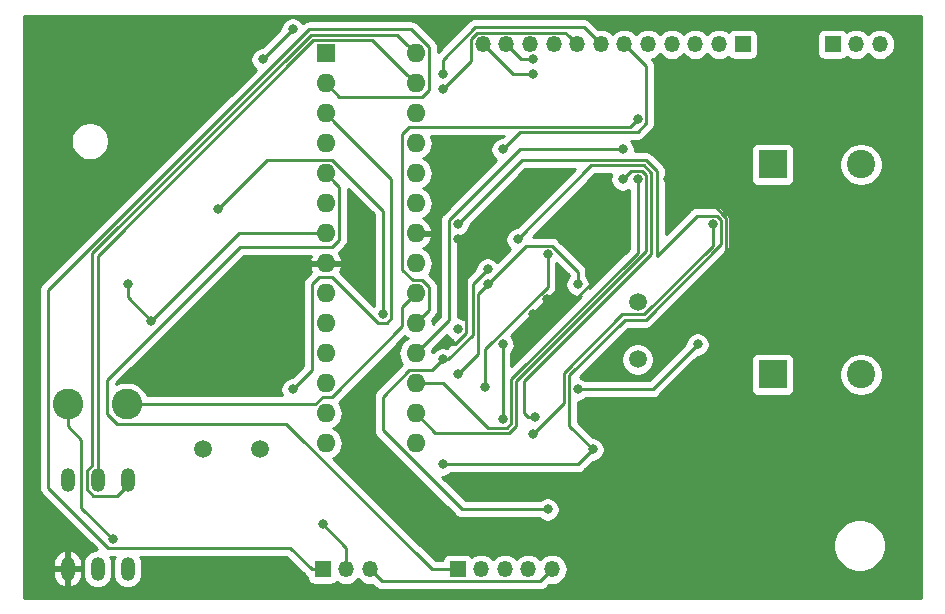
<source format=gbr>
G04 #@! TF.GenerationSoftware,KiCad,Pcbnew,(5.1.0)-1*
G04 #@! TF.CreationDate,2019-11-07T23:05:45-05:00*
G04 #@! TF.ProjectId,ocarina v1.0,6f636172-696e-4612-9076-312e302e6b69,rev?*
G04 #@! TF.SameCoordinates,Original*
G04 #@! TF.FileFunction,Copper,L2,Bot*
G04 #@! TF.FilePolarity,Positive*
%FSLAX46Y46*%
G04 Gerber Fmt 4.6, Leading zero omitted, Abs format (unit mm)*
G04 Created by KiCad (PCBNEW (5.1.0)-1) date 2019-11-07 23:05:45*
%MOMM*%
%LPD*%
G04 APERTURE LIST*
%ADD10R,1.600000X1.600000*%
%ADD11O,1.600000X1.600000*%
%ADD12O,1.200000X2.000000*%
%ADD13O,1.350000X1.350000*%
%ADD14R,1.350000X1.350000*%
%ADD15R,2.400000X2.400000*%
%ADD16C,2.400000*%
%ADD17C,2.600000*%
%ADD18C,1.500000*%
%ADD19C,0.800000*%
%ADD20C,0.250000*%
%ADD21C,0.254000*%
G04 APERTURE END LIST*
D10*
X92964000Y-65532000D03*
D11*
X100584000Y-98552000D03*
X92964000Y-68072000D03*
X100584000Y-96012000D03*
X92964000Y-70612000D03*
X100584000Y-93472000D03*
X92964000Y-73152000D03*
X100584000Y-90932000D03*
X92964000Y-75692000D03*
X100584000Y-88392000D03*
X92964000Y-78232000D03*
X100584000Y-85852000D03*
X92964000Y-80772000D03*
X100584000Y-83312000D03*
X92964000Y-83312000D03*
X100584000Y-80772000D03*
X92964000Y-85852000D03*
X100584000Y-78232000D03*
X92964000Y-88392000D03*
X100584000Y-75692000D03*
X92964000Y-90932000D03*
X100584000Y-73152000D03*
X92964000Y-93472000D03*
X100584000Y-70612000D03*
X92964000Y-96012000D03*
X100584000Y-68072000D03*
X92964000Y-98552000D03*
X100584000Y-65532000D03*
D12*
X71120000Y-101650000D03*
X71120000Y-109170000D03*
X73660000Y-101650000D03*
X73660000Y-109170000D03*
X76200000Y-101650000D03*
X76200000Y-109170000D03*
D13*
X96710000Y-109220000D03*
X94710000Y-109220000D03*
D14*
X92710000Y-109220000D03*
D15*
X130810000Y-74930000D03*
D16*
X138310000Y-74930000D03*
X138310000Y-92710000D03*
D15*
X130810000Y-92710000D03*
D14*
X104140000Y-109220000D03*
D13*
X106140000Y-109220000D03*
X108140000Y-109220000D03*
X110140000Y-109220000D03*
X112140000Y-109220000D03*
D14*
X128270000Y-64770000D03*
D13*
X126270000Y-64770000D03*
X124270000Y-64770000D03*
X122270000Y-64770000D03*
X120270000Y-64770000D03*
X118270000Y-64770000D03*
X116270000Y-64770000D03*
X114270000Y-64770000D03*
X112270000Y-64770000D03*
X110270000Y-64770000D03*
X108270000Y-64770000D03*
X106270000Y-64770000D03*
D14*
X135890000Y-64770000D03*
D13*
X137890000Y-64770000D03*
X139890000Y-64770000D03*
D17*
X71120000Y-95250000D03*
X76120000Y-95250000D03*
D18*
X87430000Y-99060000D03*
X82550000Y-99060000D03*
X119380000Y-91440000D03*
X119380000Y-86560000D03*
D19*
X76200000Y-85090000D03*
X78218000Y-88152000D03*
X74930000Y-106680000D03*
X90170000Y-63500000D03*
X90170000Y-63500000D03*
X87630000Y-66040000D03*
X102870000Y-90170000D03*
X104140000Y-81280000D03*
X109220000Y-101600000D03*
X116840000Y-100330000D03*
X111740000Y-86340000D03*
X110490000Y-87630000D03*
X109220000Y-90170000D03*
X121920000Y-76200000D03*
X118110000Y-81280000D03*
X127000000Y-82550000D03*
X106680000Y-83820000D03*
X102870000Y-91440000D03*
X111760000Y-104140000D03*
X83820000Y-78740000D03*
X104140000Y-88900000D03*
X97790000Y-87630000D03*
X106482500Y-93782500D03*
X111760000Y-82550000D03*
X102870000Y-100330000D03*
X115570000Y-99060000D03*
X115570000Y-99060000D03*
X104140000Y-80010000D03*
X110675000Y-96335000D03*
X109220000Y-81280000D03*
X107950000Y-73660000D03*
X102870000Y-67310000D03*
X102870000Y-68580000D03*
X110490000Y-66040000D03*
X110490000Y-67310000D03*
X125730000Y-80010000D03*
X110490000Y-97790000D03*
X114300000Y-93980000D03*
X124460000Y-90170000D03*
X107950000Y-96520000D03*
X107950000Y-90170000D03*
X106680000Y-85090000D03*
X106680000Y-85090000D03*
X104140000Y-92710000D03*
X114300000Y-85090000D03*
X118110000Y-76200000D03*
X119380000Y-76200000D03*
X118110000Y-73660000D03*
X119380000Y-71120000D03*
X92710000Y-105410000D03*
X90170000Y-93980000D03*
D20*
X76200000Y-86134000D02*
X78218000Y-88152000D01*
X76200000Y-85090000D02*
X76200000Y-86134000D01*
X85598000Y-80772000D02*
X78218000Y-88152000D01*
X92964000Y-80772000D02*
X85598000Y-80772000D01*
X71120000Y-97088477D02*
X71120000Y-95250000D01*
X72284980Y-98253457D02*
X71120000Y-97088477D01*
X72284980Y-104034980D02*
X72284980Y-98253457D01*
X74930000Y-106680000D02*
X72284980Y-104034980D01*
X90170000Y-63500000D02*
X87630000Y-66040000D01*
X87630000Y-66040000D02*
X87630000Y-66040000D01*
X111465001Y-109894999D02*
X112140000Y-109220000D01*
X111139999Y-110220001D02*
X111465001Y-109894999D01*
X97710001Y-110220001D02*
X111139999Y-110220001D01*
X96710000Y-109220000D02*
X97710001Y-110220001D01*
X104865001Y-89248001D02*
X104865001Y-82005001D01*
X102870000Y-90170000D02*
X103943002Y-90170000D01*
X103943002Y-90170000D02*
X104865001Y-89248001D01*
X104865001Y-82005001D02*
X104140000Y-81280000D01*
X104140000Y-81280000D02*
X104140000Y-81280000D01*
X115570000Y-101600000D02*
X109220000Y-101600000D01*
X116840000Y-100330000D02*
X115570000Y-101600000D01*
X111740000Y-86340000D02*
X110490000Y-87590000D01*
X110490000Y-87590000D02*
X110490000Y-87630000D01*
X110490000Y-87630000D02*
X110490000Y-87630000D01*
X109220000Y-88900000D02*
X110490000Y-87630000D01*
X109220000Y-90170000D02*
X109220000Y-88900000D01*
X126905010Y-90264990D02*
X117239999Y-99930001D01*
X126905010Y-79475598D02*
X126905010Y-90264990D01*
X121920000Y-76200000D02*
X123629412Y-76200000D01*
X123629412Y-76200000D02*
X126905010Y-79475598D01*
X117239999Y-99930001D02*
X116840000Y-100330000D01*
X110293002Y-90170000D02*
X118110000Y-82353002D01*
X109220000Y-90170000D02*
X110293002Y-90170000D01*
X118110000Y-82353002D02*
X118110000Y-81280000D01*
X118110000Y-81280000D02*
X118110000Y-81280000D01*
X105410000Y-89339412D02*
X103309412Y-91440000D01*
X106680000Y-83820000D02*
X105410000Y-85090000D01*
X105410000Y-85090000D02*
X105410000Y-89339412D01*
X103309412Y-91440000D02*
X102870000Y-91440000D01*
X102870000Y-91440000D02*
X102870000Y-91440000D01*
X100043999Y-92346999D02*
X97790000Y-94600998D01*
X102870000Y-91440000D02*
X101963001Y-92346999D01*
X101963001Y-92346999D02*
X100043999Y-92346999D01*
X97790000Y-94600998D02*
X97790000Y-95250000D01*
X97790000Y-97423002D02*
X104506998Y-104140000D01*
X97790000Y-95250000D02*
X97790000Y-97423002D01*
X104506998Y-104140000D02*
X111760000Y-104140000D01*
X111760000Y-104140000D02*
X111760000Y-104140000D01*
X99784001Y-86651999D02*
X100584000Y-85852000D01*
X99458999Y-86977001D02*
X99784001Y-86651999D01*
X99458999Y-88642003D02*
X99458999Y-86977001D01*
X93504001Y-94597001D02*
X99458999Y-88642003D01*
X92713997Y-94597001D02*
X93504001Y-94597001D01*
X92060998Y-95250000D02*
X92713997Y-94597001D01*
X76120000Y-95250000D02*
X92060998Y-95250000D01*
X104140000Y-88900000D02*
X104140000Y-88900000D01*
X93504001Y-74566999D02*
X97790000Y-78852998D01*
X83820000Y-78740000D02*
X87993001Y-74566999D01*
X87993001Y-74566999D02*
X93504001Y-74566999D01*
X97790000Y-78852998D02*
X97790000Y-87630000D01*
X97790000Y-87630000D02*
X97790000Y-87630000D01*
X106482500Y-90564498D02*
X111760000Y-85286998D01*
X106482500Y-93782500D02*
X106482500Y-90564498D01*
X111760000Y-85286998D02*
X111760000Y-82550000D01*
X111760000Y-82550000D02*
X111760000Y-82550000D01*
X102870000Y-100330000D02*
X114300000Y-100330000D01*
X114300000Y-100330000D02*
X115570000Y-99060000D01*
X115570000Y-99060000D02*
X115570000Y-99060000D01*
X115570000Y-99060000D02*
X115570000Y-99060000D01*
X121005020Y-82677210D02*
X121005019Y-75479197D01*
X120100801Y-74574979D02*
X109575021Y-74574979D01*
X124397233Y-79284999D02*
X121005020Y-82677210D01*
X126455001Y-79661999D02*
X126078001Y-79284999D01*
X126078001Y-79284999D02*
X124397233Y-79284999D01*
X115570000Y-99060000D02*
X113574999Y-97064999D01*
X113574999Y-97064999D02*
X113574999Y-92801411D01*
X113574999Y-92801411D02*
X118291399Y-88085011D01*
X118291399Y-88085011D02*
X120082402Y-88085010D01*
X120082402Y-88085010D02*
X126455001Y-81712411D01*
X121005019Y-75479197D02*
X120100801Y-74574979D01*
X126455001Y-81712411D02*
X126455001Y-79661999D01*
X109575021Y-74574979D02*
X104140000Y-80010000D01*
X104140000Y-80010000D02*
X104140000Y-80010000D01*
X119914401Y-75024989D02*
X115475011Y-75024989D01*
X110109315Y-96335000D02*
X109764999Y-95990684D01*
X110675000Y-96335000D02*
X110109315Y-96335000D01*
X109764999Y-95990684D02*
X109764999Y-93280823D01*
X109764999Y-93280823D02*
X120555011Y-82490811D01*
X120555011Y-82490811D02*
X120555010Y-75665598D01*
X120555010Y-75665598D02*
X119914401Y-75024989D01*
X115475011Y-75024989D02*
X109220000Y-81280000D01*
X109220000Y-81280000D02*
X109220000Y-81280000D01*
X91785000Y-109220000D02*
X92710000Y-109220000D01*
X89970001Y-107405001D02*
X91785000Y-109220000D01*
X69494999Y-102318001D02*
X74581999Y-107405001D01*
X74581999Y-107405001D02*
X89970001Y-107405001D01*
X69494999Y-85543179D02*
X69494999Y-102318001D01*
X91531198Y-63506980D02*
X69494999Y-85543179D01*
X100223982Y-63506980D02*
X91531198Y-63506980D01*
X101709001Y-64991999D02*
X100223982Y-63506980D01*
X101709001Y-68612001D02*
X101709001Y-64991999D01*
X94089001Y-69197001D02*
X101124001Y-69197001D01*
X101124001Y-69197001D02*
X101709001Y-68612001D01*
X92964000Y-68072000D02*
X94089001Y-69197001D01*
X94089001Y-76817001D02*
X93763999Y-76491999D01*
X93504001Y-81897001D02*
X94089001Y-81312001D01*
X85742999Y-81897001D02*
X93504001Y-81897001D01*
X74494999Y-93145001D02*
X85742999Y-81897001D01*
X74494999Y-96030001D02*
X74494999Y-93145001D01*
X89621999Y-96875001D02*
X75339999Y-96875001D01*
X94089001Y-81312001D02*
X94089001Y-76817001D01*
X75339999Y-96875001D02*
X74494999Y-96030001D01*
X101966998Y-109220000D02*
X89621999Y-96875001D01*
X93763999Y-76491999D02*
X92964000Y-75692000D01*
X104140000Y-109220000D02*
X101966998Y-109220000D01*
X118944999Y-65444999D02*
X118270000Y-64770000D01*
X120105001Y-66605001D02*
X118944999Y-65444999D01*
X120105001Y-71468001D02*
X120105001Y-66605001D01*
X119385991Y-72187011D02*
X120105001Y-71468001D01*
X109422989Y-72187011D02*
X119385991Y-72187011D01*
X107950000Y-73660000D02*
X109422989Y-72187011D01*
X115595001Y-64095001D02*
X116270000Y-64770000D01*
X114819989Y-63319989D02*
X115595001Y-64095001D01*
X105603599Y-63319989D02*
X114819989Y-63319989D01*
X102870000Y-66053588D02*
X105603599Y-63319989D01*
X102870000Y-67310000D02*
X102870000Y-66053588D01*
X113595001Y-64095001D02*
X114270000Y-64770000D01*
X113269999Y-63769999D02*
X113595001Y-64095001D01*
X105789999Y-63769999D02*
X113269999Y-63769999D01*
X105269999Y-64289999D02*
X105789999Y-63769999D01*
X105269999Y-66180001D02*
X105269999Y-64289999D01*
X102870000Y-68580000D02*
X105269999Y-66180001D01*
X109540000Y-66040000D02*
X108270000Y-64770000D01*
X110490000Y-66040000D02*
X109540000Y-66040000D01*
X108810000Y-67310000D02*
X106270000Y-64770000D01*
X110490000Y-67310000D02*
X108810000Y-67310000D01*
X125730000Y-80010000D02*
X125730000Y-80010000D01*
X125730000Y-80575685D02*
X125730000Y-80010000D01*
X125730000Y-81801002D02*
X125730000Y-80575685D01*
X119896001Y-87635001D02*
X125730000Y-81801002D01*
X118105000Y-87635002D02*
X119896001Y-87635001D01*
X113124990Y-95155010D02*
X113124990Y-92615010D01*
X113124990Y-92615010D02*
X118105000Y-87635002D01*
X110490000Y-97790000D02*
X113124990Y-95155010D01*
X114300000Y-93980000D02*
X120650000Y-93980000D01*
X120650000Y-93980000D02*
X124460000Y-90170000D01*
X124460000Y-90170000D02*
X124460000Y-90170000D01*
X107950000Y-96520000D02*
X107950000Y-90170000D01*
X107950000Y-90170000D02*
X107950000Y-90170000D01*
X106680000Y-85090000D02*
X106680000Y-85090000D01*
X106680000Y-85090000D02*
X106680000Y-85090000D01*
X106280001Y-85489999D02*
X106680000Y-85090000D01*
X105860010Y-85909990D02*
X106280001Y-85489999D01*
X105860010Y-90989990D02*
X105860010Y-85909990D01*
X104140000Y-92710000D02*
X105860010Y-90989990D01*
X107079999Y-84690001D02*
X106680000Y-85090000D01*
X109945001Y-81824999D02*
X107079999Y-84690001D01*
X112108001Y-81824999D02*
X109945001Y-81824999D01*
X114300000Y-84016998D02*
X112108001Y-81824999D01*
X114300000Y-85090000D02*
X114300000Y-84016998D01*
X120105001Y-75851999D02*
X119728001Y-75474999D01*
X102267010Y-97695010D02*
X108484402Y-97695010D01*
X100584000Y-96012000D02*
X102267010Y-97695010D01*
X108484402Y-97695010D02*
X109125011Y-97054401D01*
X109125011Y-97054401D02*
X109125011Y-93284401D01*
X109125011Y-93284401D02*
X120105001Y-82304411D01*
X119728001Y-75474999D02*
X118835001Y-75474999D01*
X120105001Y-82304411D02*
X120105001Y-75851999D01*
X118835001Y-75474999D02*
X118110000Y-76200000D01*
X118110000Y-76200000D02*
X118110000Y-76200000D01*
X108675001Y-93098001D02*
X119380000Y-82393002D01*
X108675001Y-96868001D02*
X108675001Y-93098001D01*
X108298001Y-97245001D02*
X108675001Y-96868001D01*
X106711589Y-97245001D02*
X108298001Y-97245001D01*
X100584000Y-93472000D02*
X102938588Y-93472000D01*
X102938588Y-93472000D02*
X106711589Y-97245001D01*
X119380000Y-82393002D02*
X119380000Y-76200000D01*
X119380000Y-76200000D02*
X119380000Y-76200000D01*
X103414999Y-79661999D02*
X109416998Y-73660000D01*
X100584000Y-90932000D02*
X103414999Y-88101001D01*
X103414999Y-88101001D02*
X103414999Y-79661999D01*
X109416998Y-73660000D02*
X118110000Y-73660000D01*
X118110000Y-73660000D02*
X118110000Y-73660000D01*
X100043999Y-71737001D02*
X118762999Y-71737001D01*
X99458999Y-72322001D02*
X100043999Y-71737001D01*
X100584000Y-88392000D02*
X101709001Y-87266999D01*
X101709001Y-85311999D02*
X101124001Y-84726999D01*
X101124001Y-84726999D02*
X100333997Y-84726999D01*
X101709001Y-87266999D02*
X101709001Y-85311999D01*
X100333997Y-84726999D02*
X99458999Y-83852001D01*
X99458999Y-83852001D02*
X99458999Y-72322001D01*
X118762999Y-71737001D02*
X119380000Y-71120000D01*
X119380000Y-71120000D02*
X119380000Y-71120000D01*
X99784001Y-67272001D02*
X100584000Y-68072000D01*
X96918999Y-64406999D02*
X99784001Y-67272001D01*
X91903999Y-64406999D02*
X96918999Y-64406999D01*
X73660000Y-82650998D02*
X91903999Y-64406999D01*
X73660000Y-101650000D02*
X73660000Y-82650998D01*
X99784001Y-64732001D02*
X100584000Y-65532000D01*
X99008989Y-63956989D02*
X99784001Y-64732001D01*
X73209991Y-82464597D02*
X91717599Y-63956989D01*
X73209990Y-100391849D02*
X73209991Y-82464597D01*
X72734990Y-100866849D02*
X73209990Y-100391849D01*
X72734990Y-102433151D02*
X72734990Y-100866849D01*
X73276849Y-102975010D02*
X72734990Y-102433151D01*
X75274990Y-102975010D02*
X73276849Y-102975010D01*
X76200000Y-102050000D02*
X75274990Y-102975010D01*
X91717599Y-63956989D02*
X99008989Y-63956989D01*
X76200000Y-101650000D02*
X76200000Y-102050000D01*
X94710000Y-109220000D02*
X94710000Y-107410000D01*
X94710000Y-107410000D02*
X92710000Y-105410000D01*
X92710000Y-105410000D02*
X92710000Y-105410000D01*
X93763999Y-71411999D02*
X92964000Y-70612000D01*
X98515001Y-87978001D02*
X98515001Y-76163001D01*
X98138001Y-88355001D02*
X98515001Y-87978001D01*
X97422001Y-88355001D02*
X98138001Y-88355001D01*
X93504001Y-84437001D02*
X97422001Y-88355001D01*
X92423999Y-84437001D02*
X93504001Y-84437001D01*
X91803001Y-85057999D02*
X92423999Y-84437001D01*
X91803001Y-92346999D02*
X91803001Y-85057999D01*
X98515001Y-76163001D02*
X93763999Y-71411999D01*
X90170000Y-93980000D02*
X91803001Y-92346999D01*
D21*
G36*
X143383000Y-111633000D02*
G01*
X67437000Y-111633000D01*
X67437000Y-109297000D01*
X69885000Y-109297000D01*
X69885000Y-109697000D01*
X69933507Y-109935496D01*
X70027610Y-110159946D01*
X70163693Y-110361725D01*
X70336526Y-110533078D01*
X70539467Y-110667421D01*
X70764718Y-110759591D01*
X70802391Y-110763462D01*
X70993000Y-110638731D01*
X70993000Y-109297000D01*
X71247000Y-109297000D01*
X71247000Y-110638731D01*
X71437609Y-110763462D01*
X71475282Y-110759591D01*
X71700533Y-110667421D01*
X71903474Y-110533078D01*
X72076307Y-110361725D01*
X72212390Y-110159946D01*
X72306493Y-109935496D01*
X72355000Y-109697000D01*
X72355000Y-109297000D01*
X71247000Y-109297000D01*
X70993000Y-109297000D01*
X69885000Y-109297000D01*
X67437000Y-109297000D01*
X67437000Y-108643000D01*
X69885000Y-108643000D01*
X69885000Y-109043000D01*
X70993000Y-109043000D01*
X70993000Y-107701269D01*
X71247000Y-107701269D01*
X71247000Y-109043000D01*
X72355000Y-109043000D01*
X72355000Y-108643000D01*
X72306493Y-108404504D01*
X72212390Y-108180054D01*
X72076307Y-107978275D01*
X71903474Y-107806922D01*
X71700533Y-107672579D01*
X71475282Y-107580409D01*
X71437609Y-107576538D01*
X71247000Y-107701269D01*
X70993000Y-107701269D01*
X70802391Y-107576538D01*
X70764718Y-107580409D01*
X70539467Y-107672579D01*
X70336526Y-107806922D01*
X70163693Y-107978275D01*
X70027610Y-108180054D01*
X69933507Y-108404504D01*
X69885000Y-108643000D01*
X67437000Y-108643000D01*
X67437000Y-85543179D01*
X68731323Y-85543179D01*
X68734999Y-85580501D01*
X68735000Y-102280668D01*
X68731323Y-102318001D01*
X68735000Y-102355334D01*
X68745997Y-102466987D01*
X68747058Y-102470484D01*
X68789453Y-102610247D01*
X68860025Y-102742277D01*
X68928755Y-102826024D01*
X68954999Y-102858002D01*
X68983997Y-102881800D01*
X73633801Y-107531605D01*
X73417898Y-107552870D01*
X73185099Y-107623489D01*
X72970551Y-107738167D01*
X72782498Y-107892498D01*
X72628167Y-108080552D01*
X72513489Y-108295100D01*
X72442870Y-108527899D01*
X72425000Y-108709336D01*
X72425000Y-109630665D01*
X72442870Y-109812102D01*
X72513489Y-110044901D01*
X72628168Y-110259449D01*
X72782499Y-110447502D01*
X72970552Y-110601833D01*
X73185100Y-110716511D01*
X73417899Y-110787130D01*
X73660000Y-110810975D01*
X73902102Y-110787130D01*
X74134901Y-110716511D01*
X74349449Y-110601833D01*
X74537502Y-110447502D01*
X74691833Y-110259449D01*
X74806511Y-110044901D01*
X74877130Y-109812101D01*
X74895000Y-109630664D01*
X74895000Y-108709335D01*
X74877130Y-108527898D01*
X74806511Y-108295099D01*
X74736972Y-108165001D01*
X75123028Y-108165001D01*
X75053489Y-108295100D01*
X74982870Y-108527899D01*
X74965000Y-108709336D01*
X74965000Y-109630665D01*
X74982870Y-109812102D01*
X75053489Y-110044901D01*
X75168168Y-110259449D01*
X75322499Y-110447502D01*
X75510552Y-110601833D01*
X75725100Y-110716511D01*
X75957899Y-110787130D01*
X76200000Y-110810975D01*
X76442102Y-110787130D01*
X76674901Y-110716511D01*
X76889449Y-110601833D01*
X77077502Y-110447502D01*
X77231833Y-110259449D01*
X77346511Y-110044901D01*
X77417130Y-109812101D01*
X77435000Y-109630664D01*
X77435000Y-108709335D01*
X77417130Y-108527898D01*
X77346511Y-108295099D01*
X77276972Y-108165001D01*
X89655200Y-108165001D01*
X91221200Y-109731002D01*
X91244999Y-109760001D01*
X91360724Y-109854974D01*
X91396928Y-109874326D01*
X91396928Y-109895000D01*
X91409188Y-110019482D01*
X91445498Y-110139180D01*
X91504463Y-110249494D01*
X91583815Y-110346185D01*
X91680506Y-110425537D01*
X91790820Y-110484502D01*
X91910518Y-110520812D01*
X92035000Y-110533072D01*
X93385000Y-110533072D01*
X93509482Y-110520812D01*
X93629180Y-110484502D01*
X93739494Y-110425537D01*
X93836185Y-110346185D01*
X93909074Y-110257369D01*
X93978682Y-110314495D01*
X94206259Y-110436138D01*
X94453195Y-110511045D01*
X94645649Y-110530000D01*
X94774351Y-110530000D01*
X94966805Y-110511045D01*
X95213741Y-110436138D01*
X95441318Y-110314495D01*
X95640792Y-110150792D01*
X95710000Y-110066461D01*
X95779208Y-110150792D01*
X95978682Y-110314495D01*
X96206259Y-110436138D01*
X96453195Y-110511045D01*
X96645649Y-110530000D01*
X96774351Y-110530000D01*
X96929880Y-110514682D01*
X97146202Y-110731004D01*
X97170000Y-110760002D01*
X97198998Y-110783800D01*
X97285724Y-110854975D01*
X97417754Y-110925547D01*
X97561015Y-110969004D01*
X97672668Y-110980001D01*
X97672678Y-110980001D01*
X97710001Y-110983677D01*
X97747324Y-110980001D01*
X111102677Y-110980001D01*
X111139999Y-110983677D01*
X111177321Y-110980001D01*
X111177332Y-110980001D01*
X111288985Y-110969004D01*
X111432246Y-110925547D01*
X111564275Y-110854975D01*
X111680000Y-110760002D01*
X111703803Y-110730998D01*
X111920119Y-110514682D01*
X112075649Y-110530000D01*
X112204351Y-110530000D01*
X112396805Y-110511045D01*
X112643741Y-110436138D01*
X112871318Y-110314495D01*
X113070792Y-110150792D01*
X113234495Y-109951318D01*
X113356138Y-109723741D01*
X113431045Y-109476805D01*
X113456338Y-109220000D01*
X113431045Y-108963195D01*
X113356138Y-108716259D01*
X113234495Y-108488682D01*
X113070792Y-108289208D01*
X112871318Y-108125505D01*
X112643741Y-108003862D01*
X112396805Y-107928955D01*
X112204351Y-107910000D01*
X112075649Y-107910000D01*
X111883195Y-107928955D01*
X111636259Y-108003862D01*
X111408682Y-108125505D01*
X111209208Y-108289208D01*
X111140000Y-108373539D01*
X111070792Y-108289208D01*
X110871318Y-108125505D01*
X110643741Y-108003862D01*
X110396805Y-107928955D01*
X110204351Y-107910000D01*
X110075649Y-107910000D01*
X109883195Y-107928955D01*
X109636259Y-108003862D01*
X109408682Y-108125505D01*
X109209208Y-108289208D01*
X109140000Y-108373539D01*
X109070792Y-108289208D01*
X108871318Y-108125505D01*
X108643741Y-108003862D01*
X108396805Y-107928955D01*
X108204351Y-107910000D01*
X108075649Y-107910000D01*
X107883195Y-107928955D01*
X107636259Y-108003862D01*
X107408682Y-108125505D01*
X107209208Y-108289208D01*
X107140000Y-108373539D01*
X107070792Y-108289208D01*
X106871318Y-108125505D01*
X106643741Y-108003862D01*
X106396805Y-107928955D01*
X106204351Y-107910000D01*
X106075649Y-107910000D01*
X105883195Y-107928955D01*
X105636259Y-108003862D01*
X105408682Y-108125505D01*
X105339074Y-108182631D01*
X105266185Y-108093815D01*
X105169494Y-108014463D01*
X105059180Y-107955498D01*
X104939482Y-107919188D01*
X104815000Y-107906928D01*
X103465000Y-107906928D01*
X103340518Y-107919188D01*
X103220820Y-107955498D01*
X103110506Y-108014463D01*
X103013815Y-108093815D01*
X102934463Y-108190506D01*
X102875498Y-108300820D01*
X102839188Y-108420518D01*
X102835299Y-108460000D01*
X102281800Y-108460000D01*
X100789672Y-106967872D01*
X135941000Y-106967872D01*
X135941000Y-107408128D01*
X136026890Y-107839925D01*
X136195369Y-108246669D01*
X136439962Y-108612729D01*
X136751271Y-108924038D01*
X137117331Y-109168631D01*
X137524075Y-109337110D01*
X137955872Y-109423000D01*
X138396128Y-109423000D01*
X138827925Y-109337110D01*
X139234669Y-109168631D01*
X139600729Y-108924038D01*
X139912038Y-108612729D01*
X140156631Y-108246669D01*
X140325110Y-107839925D01*
X140411000Y-107408128D01*
X140411000Y-106967872D01*
X140325110Y-106536075D01*
X140156631Y-106129331D01*
X139912038Y-105763271D01*
X139600729Y-105451962D01*
X139234669Y-105207369D01*
X138827925Y-105038890D01*
X138396128Y-104953000D01*
X137955872Y-104953000D01*
X137524075Y-105038890D01*
X137117331Y-105207369D01*
X136751271Y-105451962D01*
X136439962Y-105763271D01*
X136195369Y-106129331D01*
X136026890Y-106536075D01*
X135941000Y-106967872D01*
X100789672Y-106967872D01*
X93639739Y-99817940D01*
X93765101Y-99750932D01*
X93983608Y-99571608D01*
X94162932Y-99353101D01*
X94296182Y-99103808D01*
X94378236Y-98833309D01*
X94405943Y-98552000D01*
X94378236Y-98270691D01*
X94296182Y-98000192D01*
X94162932Y-97750899D01*
X93983608Y-97532392D01*
X93765101Y-97353068D01*
X93632142Y-97282000D01*
X93765101Y-97210932D01*
X93983608Y-97031608D01*
X94162932Y-96813101D01*
X94296182Y-96563808D01*
X94378236Y-96293309D01*
X94405943Y-96012000D01*
X94378236Y-95730691D01*
X94296182Y-95460192D01*
X94162932Y-95210899D01*
X94073670Y-95102133D01*
X99674133Y-89501670D01*
X99782899Y-89590932D01*
X99915858Y-89662000D01*
X99782899Y-89733068D01*
X99564392Y-89912392D01*
X99385068Y-90130899D01*
X99251818Y-90380192D01*
X99169764Y-90650691D01*
X99142057Y-90932000D01*
X99169764Y-91213309D01*
X99251818Y-91483808D01*
X99385068Y-91733101D01*
X99474330Y-91841867D01*
X97279003Y-94037194D01*
X97249999Y-94060997D01*
X97212267Y-94106974D01*
X97155026Y-94176722D01*
X97103510Y-94273101D01*
X97084454Y-94308752D01*
X97040997Y-94452013D01*
X97030000Y-94563666D01*
X97030000Y-94563676D01*
X97026324Y-94600998D01*
X97030000Y-94638320D01*
X97030000Y-95212668D01*
X97030001Y-97385670D01*
X97026324Y-97423002D01*
X97030001Y-97460335D01*
X97040998Y-97571988D01*
X97047797Y-97594402D01*
X97084454Y-97715248D01*
X97155026Y-97847278D01*
X97191679Y-97891939D01*
X97250000Y-97963003D01*
X97278998Y-97986801D01*
X103943199Y-104651003D01*
X103966997Y-104680001D01*
X104082722Y-104774974D01*
X104214751Y-104845546D01*
X104358012Y-104889003D01*
X104469665Y-104900000D01*
X104469673Y-104900000D01*
X104506998Y-104903676D01*
X104544323Y-104900000D01*
X111056289Y-104900000D01*
X111100226Y-104943937D01*
X111269744Y-105057205D01*
X111458102Y-105135226D01*
X111658061Y-105175000D01*
X111861939Y-105175000D01*
X112061898Y-105135226D01*
X112250256Y-105057205D01*
X112419774Y-104943937D01*
X112563937Y-104799774D01*
X112677205Y-104630256D01*
X112755226Y-104441898D01*
X112795000Y-104241939D01*
X112795000Y-104038061D01*
X112755226Y-103838102D01*
X112677205Y-103649744D01*
X112563937Y-103480226D01*
X112419774Y-103336063D01*
X112250256Y-103222795D01*
X112061898Y-103144774D01*
X111861939Y-103105000D01*
X111658061Y-103105000D01*
X111458102Y-103144774D01*
X111269744Y-103222795D01*
X111100226Y-103336063D01*
X111056289Y-103380000D01*
X104821800Y-103380000D01*
X102806800Y-101365000D01*
X102971939Y-101365000D01*
X103171898Y-101325226D01*
X103360256Y-101247205D01*
X103529774Y-101133937D01*
X103573711Y-101090000D01*
X114262678Y-101090000D01*
X114300000Y-101093676D01*
X114337322Y-101090000D01*
X114337333Y-101090000D01*
X114448986Y-101079003D01*
X114592247Y-101035546D01*
X114724276Y-100964974D01*
X114840001Y-100870001D01*
X114863804Y-100840997D01*
X115609802Y-100095000D01*
X115671939Y-100095000D01*
X115871898Y-100055226D01*
X116060256Y-99977205D01*
X116229774Y-99863937D01*
X116373937Y-99719774D01*
X116487205Y-99550256D01*
X116565226Y-99361898D01*
X116605000Y-99161939D01*
X116605000Y-98958061D01*
X116565226Y-98758102D01*
X116487205Y-98569744D01*
X116373937Y-98400226D01*
X116229774Y-98256063D01*
X116060256Y-98142795D01*
X115871898Y-98064774D01*
X115671939Y-98025000D01*
X115609802Y-98025000D01*
X114334999Y-96750198D01*
X114334999Y-95015000D01*
X114401939Y-95015000D01*
X114601898Y-94975226D01*
X114790256Y-94897205D01*
X114959774Y-94783937D01*
X115003711Y-94740000D01*
X120612678Y-94740000D01*
X120650000Y-94743676D01*
X120687322Y-94740000D01*
X120687333Y-94740000D01*
X120798986Y-94729003D01*
X120942247Y-94685546D01*
X121074276Y-94614974D01*
X121190001Y-94520001D01*
X121213804Y-94490997D01*
X124194801Y-91510000D01*
X128971928Y-91510000D01*
X128971928Y-93910000D01*
X128984188Y-94034482D01*
X129020498Y-94154180D01*
X129079463Y-94264494D01*
X129158815Y-94361185D01*
X129255506Y-94440537D01*
X129365820Y-94499502D01*
X129485518Y-94535812D01*
X129610000Y-94548072D01*
X132010000Y-94548072D01*
X132134482Y-94535812D01*
X132254180Y-94499502D01*
X132364494Y-94440537D01*
X132461185Y-94361185D01*
X132540537Y-94264494D01*
X132599502Y-94154180D01*
X132635812Y-94034482D01*
X132648072Y-93910000D01*
X132648072Y-92529268D01*
X136475000Y-92529268D01*
X136475000Y-92890732D01*
X136545518Y-93245250D01*
X136683844Y-93579199D01*
X136884662Y-93879744D01*
X137140256Y-94135338D01*
X137440801Y-94336156D01*
X137774750Y-94474482D01*
X138129268Y-94545000D01*
X138490732Y-94545000D01*
X138845250Y-94474482D01*
X139179199Y-94336156D01*
X139479744Y-94135338D01*
X139735338Y-93879744D01*
X139936156Y-93579199D01*
X140074482Y-93245250D01*
X140145000Y-92890732D01*
X140145000Y-92529268D01*
X140074482Y-92174750D01*
X139936156Y-91840801D01*
X139735338Y-91540256D01*
X139479744Y-91284662D01*
X139179199Y-91083844D01*
X138845250Y-90945518D01*
X138490732Y-90875000D01*
X138129268Y-90875000D01*
X137774750Y-90945518D01*
X137440801Y-91083844D01*
X137140256Y-91284662D01*
X136884662Y-91540256D01*
X136683844Y-91840801D01*
X136545518Y-92174750D01*
X136475000Y-92529268D01*
X132648072Y-92529268D01*
X132648072Y-91510000D01*
X132635812Y-91385518D01*
X132599502Y-91265820D01*
X132540537Y-91155506D01*
X132461185Y-91058815D01*
X132364494Y-90979463D01*
X132254180Y-90920498D01*
X132134482Y-90884188D01*
X132010000Y-90871928D01*
X129610000Y-90871928D01*
X129485518Y-90884188D01*
X129365820Y-90920498D01*
X129255506Y-90979463D01*
X129158815Y-91058815D01*
X129079463Y-91155506D01*
X129020498Y-91265820D01*
X128984188Y-91385518D01*
X128971928Y-91510000D01*
X124194801Y-91510000D01*
X124499802Y-91205000D01*
X124561939Y-91205000D01*
X124761898Y-91165226D01*
X124950256Y-91087205D01*
X125119774Y-90973937D01*
X125263937Y-90829774D01*
X125377205Y-90660256D01*
X125455226Y-90471898D01*
X125495000Y-90271939D01*
X125495000Y-90068061D01*
X125455226Y-89868102D01*
X125377205Y-89679744D01*
X125263937Y-89510226D01*
X125119774Y-89366063D01*
X124950256Y-89252795D01*
X124761898Y-89174774D01*
X124561939Y-89135000D01*
X124358061Y-89135000D01*
X124158102Y-89174774D01*
X123969744Y-89252795D01*
X123800226Y-89366063D01*
X123656063Y-89510226D01*
X123542795Y-89679744D01*
X123464774Y-89868102D01*
X123425000Y-90068061D01*
X123425000Y-90130198D01*
X120335199Y-93220000D01*
X115003711Y-93220000D01*
X114959774Y-93176063D01*
X114790256Y-93062795D01*
X114601898Y-92984774D01*
X114488911Y-92962300D01*
X116147622Y-91303589D01*
X117995000Y-91303589D01*
X117995000Y-91576411D01*
X118048225Y-91843989D01*
X118152629Y-92096043D01*
X118304201Y-92322886D01*
X118497114Y-92515799D01*
X118723957Y-92667371D01*
X118976011Y-92771775D01*
X119243589Y-92825000D01*
X119516411Y-92825000D01*
X119783989Y-92771775D01*
X120036043Y-92667371D01*
X120262886Y-92515799D01*
X120455799Y-92322886D01*
X120607371Y-92096043D01*
X120711775Y-91843989D01*
X120765000Y-91576411D01*
X120765000Y-91303589D01*
X120711775Y-91036011D01*
X120607371Y-90783957D01*
X120455799Y-90557114D01*
X120262886Y-90364201D01*
X120036043Y-90212629D01*
X119783989Y-90108225D01*
X119516411Y-90055000D01*
X119243589Y-90055000D01*
X118976011Y-90108225D01*
X118723957Y-90212629D01*
X118497114Y-90364201D01*
X118304201Y-90557114D01*
X118152629Y-90783957D01*
X118048225Y-91036011D01*
X117995000Y-91303589D01*
X116147622Y-91303589D01*
X118606201Y-88845011D01*
X120045070Y-88845009D01*
X120082402Y-88848686D01*
X120119735Y-88845009D01*
X120231388Y-88834012D01*
X120289857Y-88816276D01*
X120374648Y-88790556D01*
X120506678Y-88719984D01*
X120593404Y-88648809D01*
X120593405Y-88648808D01*
X120622403Y-88625010D01*
X120646201Y-88596012D01*
X126966005Y-82276209D01*
X126995002Y-82252412D01*
X127040309Y-82197205D01*
X127089975Y-82136688D01*
X127160547Y-82004658D01*
X127169851Y-81973985D01*
X127204004Y-81861397D01*
X127215001Y-81749744D01*
X127215001Y-81749734D01*
X127218677Y-81712411D01*
X127215001Y-81675088D01*
X127215001Y-79699332D01*
X127218678Y-79661999D01*
X127214504Y-79619615D01*
X127204004Y-79513013D01*
X127160547Y-79369752D01*
X127089975Y-79237723D01*
X126995002Y-79121998D01*
X126965998Y-79098195D01*
X126641805Y-78774002D01*
X126618002Y-78744998D01*
X126502277Y-78650025D01*
X126370248Y-78579453D01*
X126226987Y-78535996D01*
X126115334Y-78524999D01*
X126115323Y-78524999D01*
X126078001Y-78521323D01*
X126040679Y-78524999D01*
X124434556Y-78524999D01*
X124397233Y-78521323D01*
X124359910Y-78524999D01*
X124359900Y-78524999D01*
X124248247Y-78535996D01*
X124104986Y-78579453D01*
X123972956Y-78650025D01*
X123907172Y-78704013D01*
X123857232Y-78744998D01*
X123833434Y-78773996D01*
X121765019Y-80842410D01*
X121765018Y-75516529D01*
X121768695Y-75479196D01*
X121754021Y-75330210D01*
X121710564Y-75186950D01*
X121639992Y-75054920D01*
X121568818Y-74968194D01*
X121568813Y-74968189D01*
X121545019Y-74939196D01*
X121516026Y-74915402D01*
X120664604Y-74063981D01*
X120640802Y-74034978D01*
X120525077Y-73940005D01*
X120393048Y-73869433D01*
X120249787Y-73825976D01*
X120138134Y-73814979D01*
X120138123Y-73814979D01*
X120100801Y-73811303D01*
X120063479Y-73814979D01*
X119134450Y-73814979D01*
X119145000Y-73761939D01*
X119145000Y-73730000D01*
X128971928Y-73730000D01*
X128971928Y-76130000D01*
X128984188Y-76254482D01*
X129020498Y-76374180D01*
X129079463Y-76484494D01*
X129158815Y-76581185D01*
X129255506Y-76660537D01*
X129365820Y-76719502D01*
X129485518Y-76755812D01*
X129610000Y-76768072D01*
X132010000Y-76768072D01*
X132134482Y-76755812D01*
X132254180Y-76719502D01*
X132364494Y-76660537D01*
X132461185Y-76581185D01*
X132540537Y-76484494D01*
X132599502Y-76374180D01*
X132635812Y-76254482D01*
X132648072Y-76130000D01*
X132648072Y-74749268D01*
X136475000Y-74749268D01*
X136475000Y-75110732D01*
X136545518Y-75465250D01*
X136683844Y-75799199D01*
X136884662Y-76099744D01*
X137140256Y-76355338D01*
X137440801Y-76556156D01*
X137774750Y-76694482D01*
X138129268Y-76765000D01*
X138490732Y-76765000D01*
X138845250Y-76694482D01*
X139179199Y-76556156D01*
X139479744Y-76355338D01*
X139735338Y-76099744D01*
X139936156Y-75799199D01*
X140074482Y-75465250D01*
X140145000Y-75110732D01*
X140145000Y-74749268D01*
X140074482Y-74394750D01*
X139936156Y-74060801D01*
X139735338Y-73760256D01*
X139479744Y-73504662D01*
X139179199Y-73303844D01*
X138845250Y-73165518D01*
X138490732Y-73095000D01*
X138129268Y-73095000D01*
X137774750Y-73165518D01*
X137440801Y-73303844D01*
X137140256Y-73504662D01*
X136884662Y-73760256D01*
X136683844Y-74060801D01*
X136545518Y-74394750D01*
X136475000Y-74749268D01*
X132648072Y-74749268D01*
X132648072Y-73730000D01*
X132635812Y-73605518D01*
X132599502Y-73485820D01*
X132540537Y-73375506D01*
X132461185Y-73278815D01*
X132364494Y-73199463D01*
X132254180Y-73140498D01*
X132134482Y-73104188D01*
X132010000Y-73091928D01*
X129610000Y-73091928D01*
X129485518Y-73104188D01*
X129365820Y-73140498D01*
X129255506Y-73199463D01*
X129158815Y-73278815D01*
X129079463Y-73375506D01*
X129020498Y-73485820D01*
X128984188Y-73605518D01*
X128971928Y-73730000D01*
X119145000Y-73730000D01*
X119145000Y-73558061D01*
X119105226Y-73358102D01*
X119027205Y-73169744D01*
X118913937Y-73000226D01*
X118860722Y-72947011D01*
X119348669Y-72947011D01*
X119385991Y-72950687D01*
X119423313Y-72947011D01*
X119423324Y-72947011D01*
X119534977Y-72936014D01*
X119678238Y-72892557D01*
X119810267Y-72821985D01*
X119925992Y-72727012D01*
X119949794Y-72698009D01*
X120616005Y-72031799D01*
X120645002Y-72008002D01*
X120739975Y-71892277D01*
X120810547Y-71760248D01*
X120854004Y-71616987D01*
X120865001Y-71505334D01*
X120865001Y-71505326D01*
X120868677Y-71468001D01*
X120865001Y-71430676D01*
X120865001Y-66642334D01*
X120868678Y-66605001D01*
X120854004Y-66456015D01*
X120810547Y-66312754D01*
X120739975Y-66180725D01*
X120668800Y-66093998D01*
X120645002Y-66065000D01*
X120616004Y-66041202D01*
X120610468Y-66035666D01*
X120773741Y-65986138D01*
X121001318Y-65864495D01*
X121200792Y-65700792D01*
X121270000Y-65616461D01*
X121339208Y-65700792D01*
X121538682Y-65864495D01*
X121766259Y-65986138D01*
X122013195Y-66061045D01*
X122205649Y-66080000D01*
X122334351Y-66080000D01*
X122526805Y-66061045D01*
X122773741Y-65986138D01*
X123001318Y-65864495D01*
X123200792Y-65700792D01*
X123270000Y-65616461D01*
X123339208Y-65700792D01*
X123538682Y-65864495D01*
X123766259Y-65986138D01*
X124013195Y-66061045D01*
X124205649Y-66080000D01*
X124334351Y-66080000D01*
X124526805Y-66061045D01*
X124773741Y-65986138D01*
X125001318Y-65864495D01*
X125200792Y-65700792D01*
X125270000Y-65616461D01*
X125339208Y-65700792D01*
X125538682Y-65864495D01*
X125766259Y-65986138D01*
X126013195Y-66061045D01*
X126205649Y-66080000D01*
X126334351Y-66080000D01*
X126526805Y-66061045D01*
X126773741Y-65986138D01*
X127001318Y-65864495D01*
X127070926Y-65807369D01*
X127143815Y-65896185D01*
X127240506Y-65975537D01*
X127350820Y-66034502D01*
X127470518Y-66070812D01*
X127595000Y-66083072D01*
X128945000Y-66083072D01*
X129069482Y-66070812D01*
X129189180Y-66034502D01*
X129299494Y-65975537D01*
X129396185Y-65896185D01*
X129475537Y-65799494D01*
X129534502Y-65689180D01*
X129570812Y-65569482D01*
X129583072Y-65445000D01*
X129583072Y-64095000D01*
X134576928Y-64095000D01*
X134576928Y-65445000D01*
X134589188Y-65569482D01*
X134625498Y-65689180D01*
X134684463Y-65799494D01*
X134763815Y-65896185D01*
X134860506Y-65975537D01*
X134970820Y-66034502D01*
X135090518Y-66070812D01*
X135215000Y-66083072D01*
X136565000Y-66083072D01*
X136689482Y-66070812D01*
X136809180Y-66034502D01*
X136919494Y-65975537D01*
X137016185Y-65896185D01*
X137089074Y-65807369D01*
X137158682Y-65864495D01*
X137386259Y-65986138D01*
X137633195Y-66061045D01*
X137825649Y-66080000D01*
X137954351Y-66080000D01*
X138146805Y-66061045D01*
X138393741Y-65986138D01*
X138621318Y-65864495D01*
X138820792Y-65700792D01*
X138890000Y-65616461D01*
X138959208Y-65700792D01*
X139158682Y-65864495D01*
X139386259Y-65986138D01*
X139633195Y-66061045D01*
X139825649Y-66080000D01*
X139954351Y-66080000D01*
X140146805Y-66061045D01*
X140393741Y-65986138D01*
X140621318Y-65864495D01*
X140820792Y-65700792D01*
X140984495Y-65501318D01*
X141106138Y-65273741D01*
X141181045Y-65026805D01*
X141206338Y-64770000D01*
X141181045Y-64513195D01*
X141106138Y-64266259D01*
X140984495Y-64038682D01*
X140820792Y-63839208D01*
X140621318Y-63675505D01*
X140393741Y-63553862D01*
X140146805Y-63478955D01*
X139954351Y-63460000D01*
X139825649Y-63460000D01*
X139633195Y-63478955D01*
X139386259Y-63553862D01*
X139158682Y-63675505D01*
X138959208Y-63839208D01*
X138890000Y-63923539D01*
X138820792Y-63839208D01*
X138621318Y-63675505D01*
X138393741Y-63553862D01*
X138146805Y-63478955D01*
X137954351Y-63460000D01*
X137825649Y-63460000D01*
X137633195Y-63478955D01*
X137386259Y-63553862D01*
X137158682Y-63675505D01*
X137089074Y-63732631D01*
X137016185Y-63643815D01*
X136919494Y-63564463D01*
X136809180Y-63505498D01*
X136689482Y-63469188D01*
X136565000Y-63456928D01*
X135215000Y-63456928D01*
X135090518Y-63469188D01*
X134970820Y-63505498D01*
X134860506Y-63564463D01*
X134763815Y-63643815D01*
X134684463Y-63740506D01*
X134625498Y-63850820D01*
X134589188Y-63970518D01*
X134576928Y-64095000D01*
X129583072Y-64095000D01*
X129570812Y-63970518D01*
X129534502Y-63850820D01*
X129475537Y-63740506D01*
X129396185Y-63643815D01*
X129299494Y-63564463D01*
X129189180Y-63505498D01*
X129069482Y-63469188D01*
X128945000Y-63456928D01*
X127595000Y-63456928D01*
X127470518Y-63469188D01*
X127350820Y-63505498D01*
X127240506Y-63564463D01*
X127143815Y-63643815D01*
X127070926Y-63732631D01*
X127001318Y-63675505D01*
X126773741Y-63553862D01*
X126526805Y-63478955D01*
X126334351Y-63460000D01*
X126205649Y-63460000D01*
X126013195Y-63478955D01*
X125766259Y-63553862D01*
X125538682Y-63675505D01*
X125339208Y-63839208D01*
X125270000Y-63923539D01*
X125200792Y-63839208D01*
X125001318Y-63675505D01*
X124773741Y-63553862D01*
X124526805Y-63478955D01*
X124334351Y-63460000D01*
X124205649Y-63460000D01*
X124013195Y-63478955D01*
X123766259Y-63553862D01*
X123538682Y-63675505D01*
X123339208Y-63839208D01*
X123270000Y-63923539D01*
X123200792Y-63839208D01*
X123001318Y-63675505D01*
X122773741Y-63553862D01*
X122526805Y-63478955D01*
X122334351Y-63460000D01*
X122205649Y-63460000D01*
X122013195Y-63478955D01*
X121766259Y-63553862D01*
X121538682Y-63675505D01*
X121339208Y-63839208D01*
X121270000Y-63923539D01*
X121200792Y-63839208D01*
X121001318Y-63675505D01*
X120773741Y-63553862D01*
X120526805Y-63478955D01*
X120334351Y-63460000D01*
X120205649Y-63460000D01*
X120013195Y-63478955D01*
X119766259Y-63553862D01*
X119538682Y-63675505D01*
X119339208Y-63839208D01*
X119270000Y-63923539D01*
X119200792Y-63839208D01*
X119001318Y-63675505D01*
X118773741Y-63553862D01*
X118526805Y-63478955D01*
X118334351Y-63460000D01*
X118205649Y-63460000D01*
X118013195Y-63478955D01*
X117766259Y-63553862D01*
X117538682Y-63675505D01*
X117339208Y-63839208D01*
X117270000Y-63923539D01*
X117200792Y-63839208D01*
X117001318Y-63675505D01*
X116773741Y-63553862D01*
X116526805Y-63478955D01*
X116334351Y-63460000D01*
X116205649Y-63460000D01*
X116050121Y-63475318D01*
X115383792Y-62808991D01*
X115359990Y-62779988D01*
X115244265Y-62685015D01*
X115112236Y-62614443D01*
X114968975Y-62570986D01*
X114857322Y-62559989D01*
X114857311Y-62559989D01*
X114819989Y-62556313D01*
X114782667Y-62559989D01*
X105640924Y-62559989D01*
X105603599Y-62556313D01*
X105566274Y-62559989D01*
X105566266Y-62559989D01*
X105454613Y-62570986D01*
X105311352Y-62614443D01*
X105179323Y-62685015D01*
X105063598Y-62779988D01*
X105039800Y-62808986D01*
X102469001Y-65379786D01*
X102469001Y-65029321D01*
X102472677Y-64991998D01*
X102469001Y-64954676D01*
X102469001Y-64954666D01*
X102458004Y-64843013D01*
X102414547Y-64699752D01*
X102394654Y-64662535D01*
X102343975Y-64567722D01*
X102272800Y-64480996D01*
X102249002Y-64451998D01*
X102220004Y-64428200D01*
X100787786Y-62995983D01*
X100763983Y-62966979D01*
X100648258Y-62872006D01*
X100516229Y-62801434D01*
X100372968Y-62757977D01*
X100261315Y-62746980D01*
X100261304Y-62746980D01*
X100223982Y-62743304D01*
X100186660Y-62746980D01*
X91568520Y-62746980D01*
X91531197Y-62743304D01*
X91493874Y-62746980D01*
X91493865Y-62746980D01*
X91382212Y-62757977D01*
X91238951Y-62801434D01*
X91106922Y-62872006D01*
X91106920Y-62872007D01*
X91106921Y-62872007D01*
X91034748Y-62931237D01*
X90973937Y-62840226D01*
X90829774Y-62696063D01*
X90660256Y-62582795D01*
X90471898Y-62504774D01*
X90271939Y-62465000D01*
X90068061Y-62465000D01*
X89868102Y-62504774D01*
X89679744Y-62582795D01*
X89510226Y-62696063D01*
X89366063Y-62840226D01*
X89252795Y-63009744D01*
X89174774Y-63198102D01*
X89135000Y-63398061D01*
X89135000Y-63460197D01*
X87590199Y-65005000D01*
X87528061Y-65005000D01*
X87328102Y-65044774D01*
X87139744Y-65122795D01*
X86970226Y-65236063D01*
X86826063Y-65380226D01*
X86712795Y-65549744D01*
X86634774Y-65738102D01*
X86595000Y-65938061D01*
X86595000Y-66141939D01*
X86634774Y-66341898D01*
X86712795Y-66530256D01*
X86826063Y-66699774D01*
X86970226Y-66843937D01*
X87059672Y-66903703D01*
X68984002Y-84979375D01*
X68954998Y-85003178D01*
X68915835Y-85050899D01*
X68860025Y-85118903D01*
X68807576Y-85217027D01*
X68789453Y-85250933D01*
X68745996Y-85394194D01*
X68734999Y-85505847D01*
X68734999Y-85505857D01*
X68731323Y-85543179D01*
X67437000Y-85543179D01*
X67437000Y-72798967D01*
X71375000Y-72798967D01*
X71375000Y-73121033D01*
X71437832Y-73436912D01*
X71561082Y-73734463D01*
X71740013Y-74002252D01*
X71967748Y-74229987D01*
X72235537Y-74408918D01*
X72533088Y-74532168D01*
X72848967Y-74595000D01*
X73171033Y-74595000D01*
X73486912Y-74532168D01*
X73784463Y-74408918D01*
X74052252Y-74229987D01*
X74279987Y-74002252D01*
X74458918Y-73734463D01*
X74582168Y-73436912D01*
X74645000Y-73121033D01*
X74645000Y-72798967D01*
X74582168Y-72483088D01*
X74458918Y-72185537D01*
X74279987Y-71917748D01*
X74052252Y-71690013D01*
X73784463Y-71511082D01*
X73486912Y-71387832D01*
X73171033Y-71325000D01*
X72848967Y-71325000D01*
X72533088Y-71387832D01*
X72235537Y-71511082D01*
X71967748Y-71690013D01*
X71740013Y-71917748D01*
X71561082Y-72185537D01*
X71437832Y-72483088D01*
X71375000Y-72798967D01*
X67437000Y-72798967D01*
X67437000Y-62357000D01*
X143383000Y-62357000D01*
X143383000Y-111633000D01*
X143383000Y-111633000D01*
G37*
X143383000Y-111633000D02*
X67437000Y-111633000D01*
X67437000Y-109297000D01*
X69885000Y-109297000D01*
X69885000Y-109697000D01*
X69933507Y-109935496D01*
X70027610Y-110159946D01*
X70163693Y-110361725D01*
X70336526Y-110533078D01*
X70539467Y-110667421D01*
X70764718Y-110759591D01*
X70802391Y-110763462D01*
X70993000Y-110638731D01*
X70993000Y-109297000D01*
X71247000Y-109297000D01*
X71247000Y-110638731D01*
X71437609Y-110763462D01*
X71475282Y-110759591D01*
X71700533Y-110667421D01*
X71903474Y-110533078D01*
X72076307Y-110361725D01*
X72212390Y-110159946D01*
X72306493Y-109935496D01*
X72355000Y-109697000D01*
X72355000Y-109297000D01*
X71247000Y-109297000D01*
X70993000Y-109297000D01*
X69885000Y-109297000D01*
X67437000Y-109297000D01*
X67437000Y-108643000D01*
X69885000Y-108643000D01*
X69885000Y-109043000D01*
X70993000Y-109043000D01*
X70993000Y-107701269D01*
X71247000Y-107701269D01*
X71247000Y-109043000D01*
X72355000Y-109043000D01*
X72355000Y-108643000D01*
X72306493Y-108404504D01*
X72212390Y-108180054D01*
X72076307Y-107978275D01*
X71903474Y-107806922D01*
X71700533Y-107672579D01*
X71475282Y-107580409D01*
X71437609Y-107576538D01*
X71247000Y-107701269D01*
X70993000Y-107701269D01*
X70802391Y-107576538D01*
X70764718Y-107580409D01*
X70539467Y-107672579D01*
X70336526Y-107806922D01*
X70163693Y-107978275D01*
X70027610Y-108180054D01*
X69933507Y-108404504D01*
X69885000Y-108643000D01*
X67437000Y-108643000D01*
X67437000Y-85543179D01*
X68731323Y-85543179D01*
X68734999Y-85580501D01*
X68735000Y-102280668D01*
X68731323Y-102318001D01*
X68735000Y-102355334D01*
X68745997Y-102466987D01*
X68747058Y-102470484D01*
X68789453Y-102610247D01*
X68860025Y-102742277D01*
X68928755Y-102826024D01*
X68954999Y-102858002D01*
X68983997Y-102881800D01*
X73633801Y-107531605D01*
X73417898Y-107552870D01*
X73185099Y-107623489D01*
X72970551Y-107738167D01*
X72782498Y-107892498D01*
X72628167Y-108080552D01*
X72513489Y-108295100D01*
X72442870Y-108527899D01*
X72425000Y-108709336D01*
X72425000Y-109630665D01*
X72442870Y-109812102D01*
X72513489Y-110044901D01*
X72628168Y-110259449D01*
X72782499Y-110447502D01*
X72970552Y-110601833D01*
X73185100Y-110716511D01*
X73417899Y-110787130D01*
X73660000Y-110810975D01*
X73902102Y-110787130D01*
X74134901Y-110716511D01*
X74349449Y-110601833D01*
X74537502Y-110447502D01*
X74691833Y-110259449D01*
X74806511Y-110044901D01*
X74877130Y-109812101D01*
X74895000Y-109630664D01*
X74895000Y-108709335D01*
X74877130Y-108527898D01*
X74806511Y-108295099D01*
X74736972Y-108165001D01*
X75123028Y-108165001D01*
X75053489Y-108295100D01*
X74982870Y-108527899D01*
X74965000Y-108709336D01*
X74965000Y-109630665D01*
X74982870Y-109812102D01*
X75053489Y-110044901D01*
X75168168Y-110259449D01*
X75322499Y-110447502D01*
X75510552Y-110601833D01*
X75725100Y-110716511D01*
X75957899Y-110787130D01*
X76200000Y-110810975D01*
X76442102Y-110787130D01*
X76674901Y-110716511D01*
X76889449Y-110601833D01*
X77077502Y-110447502D01*
X77231833Y-110259449D01*
X77346511Y-110044901D01*
X77417130Y-109812101D01*
X77435000Y-109630664D01*
X77435000Y-108709335D01*
X77417130Y-108527898D01*
X77346511Y-108295099D01*
X77276972Y-108165001D01*
X89655200Y-108165001D01*
X91221200Y-109731002D01*
X91244999Y-109760001D01*
X91360724Y-109854974D01*
X91396928Y-109874326D01*
X91396928Y-109895000D01*
X91409188Y-110019482D01*
X91445498Y-110139180D01*
X91504463Y-110249494D01*
X91583815Y-110346185D01*
X91680506Y-110425537D01*
X91790820Y-110484502D01*
X91910518Y-110520812D01*
X92035000Y-110533072D01*
X93385000Y-110533072D01*
X93509482Y-110520812D01*
X93629180Y-110484502D01*
X93739494Y-110425537D01*
X93836185Y-110346185D01*
X93909074Y-110257369D01*
X93978682Y-110314495D01*
X94206259Y-110436138D01*
X94453195Y-110511045D01*
X94645649Y-110530000D01*
X94774351Y-110530000D01*
X94966805Y-110511045D01*
X95213741Y-110436138D01*
X95441318Y-110314495D01*
X95640792Y-110150792D01*
X95710000Y-110066461D01*
X95779208Y-110150792D01*
X95978682Y-110314495D01*
X96206259Y-110436138D01*
X96453195Y-110511045D01*
X96645649Y-110530000D01*
X96774351Y-110530000D01*
X96929880Y-110514682D01*
X97146202Y-110731004D01*
X97170000Y-110760002D01*
X97198998Y-110783800D01*
X97285724Y-110854975D01*
X97417754Y-110925547D01*
X97561015Y-110969004D01*
X97672668Y-110980001D01*
X97672678Y-110980001D01*
X97710001Y-110983677D01*
X97747324Y-110980001D01*
X111102677Y-110980001D01*
X111139999Y-110983677D01*
X111177321Y-110980001D01*
X111177332Y-110980001D01*
X111288985Y-110969004D01*
X111432246Y-110925547D01*
X111564275Y-110854975D01*
X111680000Y-110760002D01*
X111703803Y-110730998D01*
X111920119Y-110514682D01*
X112075649Y-110530000D01*
X112204351Y-110530000D01*
X112396805Y-110511045D01*
X112643741Y-110436138D01*
X112871318Y-110314495D01*
X113070792Y-110150792D01*
X113234495Y-109951318D01*
X113356138Y-109723741D01*
X113431045Y-109476805D01*
X113456338Y-109220000D01*
X113431045Y-108963195D01*
X113356138Y-108716259D01*
X113234495Y-108488682D01*
X113070792Y-108289208D01*
X112871318Y-108125505D01*
X112643741Y-108003862D01*
X112396805Y-107928955D01*
X112204351Y-107910000D01*
X112075649Y-107910000D01*
X111883195Y-107928955D01*
X111636259Y-108003862D01*
X111408682Y-108125505D01*
X111209208Y-108289208D01*
X111140000Y-108373539D01*
X111070792Y-108289208D01*
X110871318Y-108125505D01*
X110643741Y-108003862D01*
X110396805Y-107928955D01*
X110204351Y-107910000D01*
X110075649Y-107910000D01*
X109883195Y-107928955D01*
X109636259Y-108003862D01*
X109408682Y-108125505D01*
X109209208Y-108289208D01*
X109140000Y-108373539D01*
X109070792Y-108289208D01*
X108871318Y-108125505D01*
X108643741Y-108003862D01*
X108396805Y-107928955D01*
X108204351Y-107910000D01*
X108075649Y-107910000D01*
X107883195Y-107928955D01*
X107636259Y-108003862D01*
X107408682Y-108125505D01*
X107209208Y-108289208D01*
X107140000Y-108373539D01*
X107070792Y-108289208D01*
X106871318Y-108125505D01*
X106643741Y-108003862D01*
X106396805Y-107928955D01*
X106204351Y-107910000D01*
X106075649Y-107910000D01*
X105883195Y-107928955D01*
X105636259Y-108003862D01*
X105408682Y-108125505D01*
X105339074Y-108182631D01*
X105266185Y-108093815D01*
X105169494Y-108014463D01*
X105059180Y-107955498D01*
X104939482Y-107919188D01*
X104815000Y-107906928D01*
X103465000Y-107906928D01*
X103340518Y-107919188D01*
X103220820Y-107955498D01*
X103110506Y-108014463D01*
X103013815Y-108093815D01*
X102934463Y-108190506D01*
X102875498Y-108300820D01*
X102839188Y-108420518D01*
X102835299Y-108460000D01*
X102281800Y-108460000D01*
X100789672Y-106967872D01*
X135941000Y-106967872D01*
X135941000Y-107408128D01*
X136026890Y-107839925D01*
X136195369Y-108246669D01*
X136439962Y-108612729D01*
X136751271Y-108924038D01*
X137117331Y-109168631D01*
X137524075Y-109337110D01*
X137955872Y-109423000D01*
X138396128Y-109423000D01*
X138827925Y-109337110D01*
X139234669Y-109168631D01*
X139600729Y-108924038D01*
X139912038Y-108612729D01*
X140156631Y-108246669D01*
X140325110Y-107839925D01*
X140411000Y-107408128D01*
X140411000Y-106967872D01*
X140325110Y-106536075D01*
X140156631Y-106129331D01*
X139912038Y-105763271D01*
X139600729Y-105451962D01*
X139234669Y-105207369D01*
X138827925Y-105038890D01*
X138396128Y-104953000D01*
X137955872Y-104953000D01*
X137524075Y-105038890D01*
X137117331Y-105207369D01*
X136751271Y-105451962D01*
X136439962Y-105763271D01*
X136195369Y-106129331D01*
X136026890Y-106536075D01*
X135941000Y-106967872D01*
X100789672Y-106967872D01*
X93639739Y-99817940D01*
X93765101Y-99750932D01*
X93983608Y-99571608D01*
X94162932Y-99353101D01*
X94296182Y-99103808D01*
X94378236Y-98833309D01*
X94405943Y-98552000D01*
X94378236Y-98270691D01*
X94296182Y-98000192D01*
X94162932Y-97750899D01*
X93983608Y-97532392D01*
X93765101Y-97353068D01*
X93632142Y-97282000D01*
X93765101Y-97210932D01*
X93983608Y-97031608D01*
X94162932Y-96813101D01*
X94296182Y-96563808D01*
X94378236Y-96293309D01*
X94405943Y-96012000D01*
X94378236Y-95730691D01*
X94296182Y-95460192D01*
X94162932Y-95210899D01*
X94073670Y-95102133D01*
X99674133Y-89501670D01*
X99782899Y-89590932D01*
X99915858Y-89662000D01*
X99782899Y-89733068D01*
X99564392Y-89912392D01*
X99385068Y-90130899D01*
X99251818Y-90380192D01*
X99169764Y-90650691D01*
X99142057Y-90932000D01*
X99169764Y-91213309D01*
X99251818Y-91483808D01*
X99385068Y-91733101D01*
X99474330Y-91841867D01*
X97279003Y-94037194D01*
X97249999Y-94060997D01*
X97212267Y-94106974D01*
X97155026Y-94176722D01*
X97103510Y-94273101D01*
X97084454Y-94308752D01*
X97040997Y-94452013D01*
X97030000Y-94563666D01*
X97030000Y-94563676D01*
X97026324Y-94600998D01*
X97030000Y-94638320D01*
X97030000Y-95212668D01*
X97030001Y-97385670D01*
X97026324Y-97423002D01*
X97030001Y-97460335D01*
X97040998Y-97571988D01*
X97047797Y-97594402D01*
X97084454Y-97715248D01*
X97155026Y-97847278D01*
X97191679Y-97891939D01*
X97250000Y-97963003D01*
X97278998Y-97986801D01*
X103943199Y-104651003D01*
X103966997Y-104680001D01*
X104082722Y-104774974D01*
X104214751Y-104845546D01*
X104358012Y-104889003D01*
X104469665Y-104900000D01*
X104469673Y-104900000D01*
X104506998Y-104903676D01*
X104544323Y-104900000D01*
X111056289Y-104900000D01*
X111100226Y-104943937D01*
X111269744Y-105057205D01*
X111458102Y-105135226D01*
X111658061Y-105175000D01*
X111861939Y-105175000D01*
X112061898Y-105135226D01*
X112250256Y-105057205D01*
X112419774Y-104943937D01*
X112563937Y-104799774D01*
X112677205Y-104630256D01*
X112755226Y-104441898D01*
X112795000Y-104241939D01*
X112795000Y-104038061D01*
X112755226Y-103838102D01*
X112677205Y-103649744D01*
X112563937Y-103480226D01*
X112419774Y-103336063D01*
X112250256Y-103222795D01*
X112061898Y-103144774D01*
X111861939Y-103105000D01*
X111658061Y-103105000D01*
X111458102Y-103144774D01*
X111269744Y-103222795D01*
X111100226Y-103336063D01*
X111056289Y-103380000D01*
X104821800Y-103380000D01*
X102806800Y-101365000D01*
X102971939Y-101365000D01*
X103171898Y-101325226D01*
X103360256Y-101247205D01*
X103529774Y-101133937D01*
X103573711Y-101090000D01*
X114262678Y-101090000D01*
X114300000Y-101093676D01*
X114337322Y-101090000D01*
X114337333Y-101090000D01*
X114448986Y-101079003D01*
X114592247Y-101035546D01*
X114724276Y-100964974D01*
X114840001Y-100870001D01*
X114863804Y-100840997D01*
X115609802Y-100095000D01*
X115671939Y-100095000D01*
X115871898Y-100055226D01*
X116060256Y-99977205D01*
X116229774Y-99863937D01*
X116373937Y-99719774D01*
X116487205Y-99550256D01*
X116565226Y-99361898D01*
X116605000Y-99161939D01*
X116605000Y-98958061D01*
X116565226Y-98758102D01*
X116487205Y-98569744D01*
X116373937Y-98400226D01*
X116229774Y-98256063D01*
X116060256Y-98142795D01*
X115871898Y-98064774D01*
X115671939Y-98025000D01*
X115609802Y-98025000D01*
X114334999Y-96750198D01*
X114334999Y-95015000D01*
X114401939Y-95015000D01*
X114601898Y-94975226D01*
X114790256Y-94897205D01*
X114959774Y-94783937D01*
X115003711Y-94740000D01*
X120612678Y-94740000D01*
X120650000Y-94743676D01*
X120687322Y-94740000D01*
X120687333Y-94740000D01*
X120798986Y-94729003D01*
X120942247Y-94685546D01*
X121074276Y-94614974D01*
X121190001Y-94520001D01*
X121213804Y-94490997D01*
X124194801Y-91510000D01*
X128971928Y-91510000D01*
X128971928Y-93910000D01*
X128984188Y-94034482D01*
X129020498Y-94154180D01*
X129079463Y-94264494D01*
X129158815Y-94361185D01*
X129255506Y-94440537D01*
X129365820Y-94499502D01*
X129485518Y-94535812D01*
X129610000Y-94548072D01*
X132010000Y-94548072D01*
X132134482Y-94535812D01*
X132254180Y-94499502D01*
X132364494Y-94440537D01*
X132461185Y-94361185D01*
X132540537Y-94264494D01*
X132599502Y-94154180D01*
X132635812Y-94034482D01*
X132648072Y-93910000D01*
X132648072Y-92529268D01*
X136475000Y-92529268D01*
X136475000Y-92890732D01*
X136545518Y-93245250D01*
X136683844Y-93579199D01*
X136884662Y-93879744D01*
X137140256Y-94135338D01*
X137440801Y-94336156D01*
X137774750Y-94474482D01*
X138129268Y-94545000D01*
X138490732Y-94545000D01*
X138845250Y-94474482D01*
X139179199Y-94336156D01*
X139479744Y-94135338D01*
X139735338Y-93879744D01*
X139936156Y-93579199D01*
X140074482Y-93245250D01*
X140145000Y-92890732D01*
X140145000Y-92529268D01*
X140074482Y-92174750D01*
X139936156Y-91840801D01*
X139735338Y-91540256D01*
X139479744Y-91284662D01*
X139179199Y-91083844D01*
X138845250Y-90945518D01*
X138490732Y-90875000D01*
X138129268Y-90875000D01*
X137774750Y-90945518D01*
X137440801Y-91083844D01*
X137140256Y-91284662D01*
X136884662Y-91540256D01*
X136683844Y-91840801D01*
X136545518Y-92174750D01*
X136475000Y-92529268D01*
X132648072Y-92529268D01*
X132648072Y-91510000D01*
X132635812Y-91385518D01*
X132599502Y-91265820D01*
X132540537Y-91155506D01*
X132461185Y-91058815D01*
X132364494Y-90979463D01*
X132254180Y-90920498D01*
X132134482Y-90884188D01*
X132010000Y-90871928D01*
X129610000Y-90871928D01*
X129485518Y-90884188D01*
X129365820Y-90920498D01*
X129255506Y-90979463D01*
X129158815Y-91058815D01*
X129079463Y-91155506D01*
X129020498Y-91265820D01*
X128984188Y-91385518D01*
X128971928Y-91510000D01*
X124194801Y-91510000D01*
X124499802Y-91205000D01*
X124561939Y-91205000D01*
X124761898Y-91165226D01*
X124950256Y-91087205D01*
X125119774Y-90973937D01*
X125263937Y-90829774D01*
X125377205Y-90660256D01*
X125455226Y-90471898D01*
X125495000Y-90271939D01*
X125495000Y-90068061D01*
X125455226Y-89868102D01*
X125377205Y-89679744D01*
X125263937Y-89510226D01*
X125119774Y-89366063D01*
X124950256Y-89252795D01*
X124761898Y-89174774D01*
X124561939Y-89135000D01*
X124358061Y-89135000D01*
X124158102Y-89174774D01*
X123969744Y-89252795D01*
X123800226Y-89366063D01*
X123656063Y-89510226D01*
X123542795Y-89679744D01*
X123464774Y-89868102D01*
X123425000Y-90068061D01*
X123425000Y-90130198D01*
X120335199Y-93220000D01*
X115003711Y-93220000D01*
X114959774Y-93176063D01*
X114790256Y-93062795D01*
X114601898Y-92984774D01*
X114488911Y-92962300D01*
X116147622Y-91303589D01*
X117995000Y-91303589D01*
X117995000Y-91576411D01*
X118048225Y-91843989D01*
X118152629Y-92096043D01*
X118304201Y-92322886D01*
X118497114Y-92515799D01*
X118723957Y-92667371D01*
X118976011Y-92771775D01*
X119243589Y-92825000D01*
X119516411Y-92825000D01*
X119783989Y-92771775D01*
X120036043Y-92667371D01*
X120262886Y-92515799D01*
X120455799Y-92322886D01*
X120607371Y-92096043D01*
X120711775Y-91843989D01*
X120765000Y-91576411D01*
X120765000Y-91303589D01*
X120711775Y-91036011D01*
X120607371Y-90783957D01*
X120455799Y-90557114D01*
X120262886Y-90364201D01*
X120036043Y-90212629D01*
X119783989Y-90108225D01*
X119516411Y-90055000D01*
X119243589Y-90055000D01*
X118976011Y-90108225D01*
X118723957Y-90212629D01*
X118497114Y-90364201D01*
X118304201Y-90557114D01*
X118152629Y-90783957D01*
X118048225Y-91036011D01*
X117995000Y-91303589D01*
X116147622Y-91303589D01*
X118606201Y-88845011D01*
X120045070Y-88845009D01*
X120082402Y-88848686D01*
X120119735Y-88845009D01*
X120231388Y-88834012D01*
X120289857Y-88816276D01*
X120374648Y-88790556D01*
X120506678Y-88719984D01*
X120593404Y-88648809D01*
X120593405Y-88648808D01*
X120622403Y-88625010D01*
X120646201Y-88596012D01*
X126966005Y-82276209D01*
X126995002Y-82252412D01*
X127040309Y-82197205D01*
X127089975Y-82136688D01*
X127160547Y-82004658D01*
X127169851Y-81973985D01*
X127204004Y-81861397D01*
X127215001Y-81749744D01*
X127215001Y-81749734D01*
X127218677Y-81712411D01*
X127215001Y-81675088D01*
X127215001Y-79699332D01*
X127218678Y-79661999D01*
X127214504Y-79619615D01*
X127204004Y-79513013D01*
X127160547Y-79369752D01*
X127089975Y-79237723D01*
X126995002Y-79121998D01*
X126965998Y-79098195D01*
X126641805Y-78774002D01*
X126618002Y-78744998D01*
X126502277Y-78650025D01*
X126370248Y-78579453D01*
X126226987Y-78535996D01*
X126115334Y-78524999D01*
X126115323Y-78524999D01*
X126078001Y-78521323D01*
X126040679Y-78524999D01*
X124434556Y-78524999D01*
X124397233Y-78521323D01*
X124359910Y-78524999D01*
X124359900Y-78524999D01*
X124248247Y-78535996D01*
X124104986Y-78579453D01*
X123972956Y-78650025D01*
X123907172Y-78704013D01*
X123857232Y-78744998D01*
X123833434Y-78773996D01*
X121765019Y-80842410D01*
X121765018Y-75516529D01*
X121768695Y-75479196D01*
X121754021Y-75330210D01*
X121710564Y-75186950D01*
X121639992Y-75054920D01*
X121568818Y-74968194D01*
X121568813Y-74968189D01*
X121545019Y-74939196D01*
X121516026Y-74915402D01*
X120664604Y-74063981D01*
X120640802Y-74034978D01*
X120525077Y-73940005D01*
X120393048Y-73869433D01*
X120249787Y-73825976D01*
X120138134Y-73814979D01*
X120138123Y-73814979D01*
X120100801Y-73811303D01*
X120063479Y-73814979D01*
X119134450Y-73814979D01*
X119145000Y-73761939D01*
X119145000Y-73730000D01*
X128971928Y-73730000D01*
X128971928Y-76130000D01*
X128984188Y-76254482D01*
X129020498Y-76374180D01*
X129079463Y-76484494D01*
X129158815Y-76581185D01*
X129255506Y-76660537D01*
X129365820Y-76719502D01*
X129485518Y-76755812D01*
X129610000Y-76768072D01*
X132010000Y-76768072D01*
X132134482Y-76755812D01*
X132254180Y-76719502D01*
X132364494Y-76660537D01*
X132461185Y-76581185D01*
X132540537Y-76484494D01*
X132599502Y-76374180D01*
X132635812Y-76254482D01*
X132648072Y-76130000D01*
X132648072Y-74749268D01*
X136475000Y-74749268D01*
X136475000Y-75110732D01*
X136545518Y-75465250D01*
X136683844Y-75799199D01*
X136884662Y-76099744D01*
X137140256Y-76355338D01*
X137440801Y-76556156D01*
X137774750Y-76694482D01*
X138129268Y-76765000D01*
X138490732Y-76765000D01*
X138845250Y-76694482D01*
X139179199Y-76556156D01*
X139479744Y-76355338D01*
X139735338Y-76099744D01*
X139936156Y-75799199D01*
X140074482Y-75465250D01*
X140145000Y-75110732D01*
X140145000Y-74749268D01*
X140074482Y-74394750D01*
X139936156Y-74060801D01*
X139735338Y-73760256D01*
X139479744Y-73504662D01*
X139179199Y-73303844D01*
X138845250Y-73165518D01*
X138490732Y-73095000D01*
X138129268Y-73095000D01*
X137774750Y-73165518D01*
X137440801Y-73303844D01*
X137140256Y-73504662D01*
X136884662Y-73760256D01*
X136683844Y-74060801D01*
X136545518Y-74394750D01*
X136475000Y-74749268D01*
X132648072Y-74749268D01*
X132648072Y-73730000D01*
X132635812Y-73605518D01*
X132599502Y-73485820D01*
X132540537Y-73375506D01*
X132461185Y-73278815D01*
X132364494Y-73199463D01*
X132254180Y-73140498D01*
X132134482Y-73104188D01*
X132010000Y-73091928D01*
X129610000Y-73091928D01*
X129485518Y-73104188D01*
X129365820Y-73140498D01*
X129255506Y-73199463D01*
X129158815Y-73278815D01*
X129079463Y-73375506D01*
X129020498Y-73485820D01*
X128984188Y-73605518D01*
X128971928Y-73730000D01*
X119145000Y-73730000D01*
X119145000Y-73558061D01*
X119105226Y-73358102D01*
X119027205Y-73169744D01*
X118913937Y-73000226D01*
X118860722Y-72947011D01*
X119348669Y-72947011D01*
X119385991Y-72950687D01*
X119423313Y-72947011D01*
X119423324Y-72947011D01*
X119534977Y-72936014D01*
X119678238Y-72892557D01*
X119810267Y-72821985D01*
X119925992Y-72727012D01*
X119949794Y-72698009D01*
X120616005Y-72031799D01*
X120645002Y-72008002D01*
X120739975Y-71892277D01*
X120810547Y-71760248D01*
X120854004Y-71616987D01*
X120865001Y-71505334D01*
X120865001Y-71505326D01*
X120868677Y-71468001D01*
X120865001Y-71430676D01*
X120865001Y-66642334D01*
X120868678Y-66605001D01*
X120854004Y-66456015D01*
X120810547Y-66312754D01*
X120739975Y-66180725D01*
X120668800Y-66093998D01*
X120645002Y-66065000D01*
X120616004Y-66041202D01*
X120610468Y-66035666D01*
X120773741Y-65986138D01*
X121001318Y-65864495D01*
X121200792Y-65700792D01*
X121270000Y-65616461D01*
X121339208Y-65700792D01*
X121538682Y-65864495D01*
X121766259Y-65986138D01*
X122013195Y-66061045D01*
X122205649Y-66080000D01*
X122334351Y-66080000D01*
X122526805Y-66061045D01*
X122773741Y-65986138D01*
X123001318Y-65864495D01*
X123200792Y-65700792D01*
X123270000Y-65616461D01*
X123339208Y-65700792D01*
X123538682Y-65864495D01*
X123766259Y-65986138D01*
X124013195Y-66061045D01*
X124205649Y-66080000D01*
X124334351Y-66080000D01*
X124526805Y-66061045D01*
X124773741Y-65986138D01*
X125001318Y-65864495D01*
X125200792Y-65700792D01*
X125270000Y-65616461D01*
X125339208Y-65700792D01*
X125538682Y-65864495D01*
X125766259Y-65986138D01*
X126013195Y-66061045D01*
X126205649Y-66080000D01*
X126334351Y-66080000D01*
X126526805Y-66061045D01*
X126773741Y-65986138D01*
X127001318Y-65864495D01*
X127070926Y-65807369D01*
X127143815Y-65896185D01*
X127240506Y-65975537D01*
X127350820Y-66034502D01*
X127470518Y-66070812D01*
X127595000Y-66083072D01*
X128945000Y-66083072D01*
X129069482Y-66070812D01*
X129189180Y-66034502D01*
X129299494Y-65975537D01*
X129396185Y-65896185D01*
X129475537Y-65799494D01*
X129534502Y-65689180D01*
X129570812Y-65569482D01*
X129583072Y-65445000D01*
X129583072Y-64095000D01*
X134576928Y-64095000D01*
X134576928Y-65445000D01*
X134589188Y-65569482D01*
X134625498Y-65689180D01*
X134684463Y-65799494D01*
X134763815Y-65896185D01*
X134860506Y-65975537D01*
X134970820Y-66034502D01*
X135090518Y-66070812D01*
X135215000Y-66083072D01*
X136565000Y-66083072D01*
X136689482Y-66070812D01*
X136809180Y-66034502D01*
X136919494Y-65975537D01*
X137016185Y-65896185D01*
X137089074Y-65807369D01*
X137158682Y-65864495D01*
X137386259Y-65986138D01*
X137633195Y-66061045D01*
X137825649Y-66080000D01*
X137954351Y-66080000D01*
X138146805Y-66061045D01*
X138393741Y-65986138D01*
X138621318Y-65864495D01*
X138820792Y-65700792D01*
X138890000Y-65616461D01*
X138959208Y-65700792D01*
X139158682Y-65864495D01*
X139386259Y-65986138D01*
X139633195Y-66061045D01*
X139825649Y-66080000D01*
X139954351Y-66080000D01*
X140146805Y-66061045D01*
X140393741Y-65986138D01*
X140621318Y-65864495D01*
X140820792Y-65700792D01*
X140984495Y-65501318D01*
X141106138Y-65273741D01*
X141181045Y-65026805D01*
X141206338Y-64770000D01*
X141181045Y-64513195D01*
X141106138Y-64266259D01*
X140984495Y-64038682D01*
X140820792Y-63839208D01*
X140621318Y-63675505D01*
X140393741Y-63553862D01*
X140146805Y-63478955D01*
X139954351Y-63460000D01*
X139825649Y-63460000D01*
X139633195Y-63478955D01*
X139386259Y-63553862D01*
X139158682Y-63675505D01*
X138959208Y-63839208D01*
X138890000Y-63923539D01*
X138820792Y-63839208D01*
X138621318Y-63675505D01*
X138393741Y-63553862D01*
X138146805Y-63478955D01*
X137954351Y-63460000D01*
X137825649Y-63460000D01*
X137633195Y-63478955D01*
X137386259Y-63553862D01*
X137158682Y-63675505D01*
X137089074Y-63732631D01*
X137016185Y-63643815D01*
X136919494Y-63564463D01*
X136809180Y-63505498D01*
X136689482Y-63469188D01*
X136565000Y-63456928D01*
X135215000Y-63456928D01*
X135090518Y-63469188D01*
X134970820Y-63505498D01*
X134860506Y-63564463D01*
X134763815Y-63643815D01*
X134684463Y-63740506D01*
X134625498Y-63850820D01*
X134589188Y-63970518D01*
X134576928Y-64095000D01*
X129583072Y-64095000D01*
X129570812Y-63970518D01*
X129534502Y-63850820D01*
X129475537Y-63740506D01*
X129396185Y-63643815D01*
X129299494Y-63564463D01*
X129189180Y-63505498D01*
X129069482Y-63469188D01*
X128945000Y-63456928D01*
X127595000Y-63456928D01*
X127470518Y-63469188D01*
X127350820Y-63505498D01*
X127240506Y-63564463D01*
X127143815Y-63643815D01*
X127070926Y-63732631D01*
X127001318Y-63675505D01*
X126773741Y-63553862D01*
X126526805Y-63478955D01*
X126334351Y-63460000D01*
X126205649Y-63460000D01*
X126013195Y-63478955D01*
X125766259Y-63553862D01*
X125538682Y-63675505D01*
X125339208Y-63839208D01*
X125270000Y-63923539D01*
X125200792Y-63839208D01*
X125001318Y-63675505D01*
X124773741Y-63553862D01*
X124526805Y-63478955D01*
X124334351Y-63460000D01*
X124205649Y-63460000D01*
X124013195Y-63478955D01*
X123766259Y-63553862D01*
X123538682Y-63675505D01*
X123339208Y-63839208D01*
X123270000Y-63923539D01*
X123200792Y-63839208D01*
X123001318Y-63675505D01*
X122773741Y-63553862D01*
X122526805Y-63478955D01*
X122334351Y-63460000D01*
X122205649Y-63460000D01*
X122013195Y-63478955D01*
X121766259Y-63553862D01*
X121538682Y-63675505D01*
X121339208Y-63839208D01*
X121270000Y-63923539D01*
X121200792Y-63839208D01*
X121001318Y-63675505D01*
X120773741Y-63553862D01*
X120526805Y-63478955D01*
X120334351Y-63460000D01*
X120205649Y-63460000D01*
X120013195Y-63478955D01*
X119766259Y-63553862D01*
X119538682Y-63675505D01*
X119339208Y-63839208D01*
X119270000Y-63923539D01*
X119200792Y-63839208D01*
X119001318Y-63675505D01*
X118773741Y-63553862D01*
X118526805Y-63478955D01*
X118334351Y-63460000D01*
X118205649Y-63460000D01*
X118013195Y-63478955D01*
X117766259Y-63553862D01*
X117538682Y-63675505D01*
X117339208Y-63839208D01*
X117270000Y-63923539D01*
X117200792Y-63839208D01*
X117001318Y-63675505D01*
X116773741Y-63553862D01*
X116526805Y-63478955D01*
X116334351Y-63460000D01*
X116205649Y-63460000D01*
X116050121Y-63475318D01*
X115383792Y-62808991D01*
X115359990Y-62779988D01*
X115244265Y-62685015D01*
X115112236Y-62614443D01*
X114968975Y-62570986D01*
X114857322Y-62559989D01*
X114857311Y-62559989D01*
X114819989Y-62556313D01*
X114782667Y-62559989D01*
X105640924Y-62559989D01*
X105603599Y-62556313D01*
X105566274Y-62559989D01*
X105566266Y-62559989D01*
X105454613Y-62570986D01*
X105311352Y-62614443D01*
X105179323Y-62685015D01*
X105063598Y-62779988D01*
X105039800Y-62808986D01*
X102469001Y-65379786D01*
X102469001Y-65029321D01*
X102472677Y-64991998D01*
X102469001Y-64954676D01*
X102469001Y-64954666D01*
X102458004Y-64843013D01*
X102414547Y-64699752D01*
X102394654Y-64662535D01*
X102343975Y-64567722D01*
X102272800Y-64480996D01*
X102249002Y-64451998D01*
X102220004Y-64428200D01*
X100787786Y-62995983D01*
X100763983Y-62966979D01*
X100648258Y-62872006D01*
X100516229Y-62801434D01*
X100372968Y-62757977D01*
X100261315Y-62746980D01*
X100261304Y-62746980D01*
X100223982Y-62743304D01*
X100186660Y-62746980D01*
X91568520Y-62746980D01*
X91531197Y-62743304D01*
X91493874Y-62746980D01*
X91493865Y-62746980D01*
X91382212Y-62757977D01*
X91238951Y-62801434D01*
X91106922Y-62872006D01*
X91106920Y-62872007D01*
X91106921Y-62872007D01*
X91034748Y-62931237D01*
X90973937Y-62840226D01*
X90829774Y-62696063D01*
X90660256Y-62582795D01*
X90471898Y-62504774D01*
X90271939Y-62465000D01*
X90068061Y-62465000D01*
X89868102Y-62504774D01*
X89679744Y-62582795D01*
X89510226Y-62696063D01*
X89366063Y-62840226D01*
X89252795Y-63009744D01*
X89174774Y-63198102D01*
X89135000Y-63398061D01*
X89135000Y-63460197D01*
X87590199Y-65005000D01*
X87528061Y-65005000D01*
X87328102Y-65044774D01*
X87139744Y-65122795D01*
X86970226Y-65236063D01*
X86826063Y-65380226D01*
X86712795Y-65549744D01*
X86634774Y-65738102D01*
X86595000Y-65938061D01*
X86595000Y-66141939D01*
X86634774Y-66341898D01*
X86712795Y-66530256D01*
X86826063Y-66699774D01*
X86970226Y-66843937D01*
X87059672Y-66903703D01*
X68984002Y-84979375D01*
X68954998Y-85003178D01*
X68915835Y-85050899D01*
X68860025Y-85118903D01*
X68807576Y-85217027D01*
X68789453Y-85250933D01*
X68745996Y-85394194D01*
X68734999Y-85505847D01*
X68734999Y-85505857D01*
X68731323Y-85543179D01*
X67437000Y-85543179D01*
X67437000Y-72798967D01*
X71375000Y-72798967D01*
X71375000Y-73121033D01*
X71437832Y-73436912D01*
X71561082Y-73734463D01*
X71740013Y-74002252D01*
X71967748Y-74229987D01*
X72235537Y-74408918D01*
X72533088Y-74532168D01*
X72848967Y-74595000D01*
X73171033Y-74595000D01*
X73486912Y-74532168D01*
X73784463Y-74408918D01*
X74052252Y-74229987D01*
X74279987Y-74002252D01*
X74458918Y-73734463D01*
X74582168Y-73436912D01*
X74645000Y-73121033D01*
X74645000Y-72798967D01*
X74582168Y-72483088D01*
X74458918Y-72185537D01*
X74279987Y-71917748D01*
X74052252Y-71690013D01*
X73784463Y-71511082D01*
X73486912Y-71387832D01*
X73171033Y-71325000D01*
X72848967Y-71325000D01*
X72533088Y-71387832D01*
X72235537Y-71511082D01*
X71967748Y-71690013D01*
X71740013Y-71917748D01*
X71561082Y-72185537D01*
X71437832Y-72483088D01*
X71375000Y-72798967D01*
X67437000Y-72798967D01*
X67437000Y-62357000D01*
X143383000Y-62357000D01*
X143383000Y-111633000D01*
G36*
X97030000Y-79167800D02*
G01*
X97030001Y-86888199D01*
X94193413Y-84051612D01*
X94195037Y-84049420D01*
X94315246Y-83795087D01*
X94355904Y-83661039D01*
X94233915Y-83439000D01*
X93091000Y-83439000D01*
X93091000Y-83459000D01*
X92837000Y-83459000D01*
X92837000Y-83439000D01*
X91694085Y-83439000D01*
X91572096Y-83661039D01*
X91612754Y-83795087D01*
X91732963Y-84049420D01*
X91734587Y-84051611D01*
X91291999Y-84494200D01*
X91263001Y-84517998D01*
X91239203Y-84546996D01*
X91239202Y-84546997D01*
X91168027Y-84633723D01*
X91097455Y-84765753D01*
X91075241Y-84838986D01*
X91060458Y-84887722D01*
X91053999Y-84909014D01*
X91039325Y-85057999D01*
X91043002Y-85095331D01*
X91043001Y-92032197D01*
X90130199Y-92945000D01*
X90068061Y-92945000D01*
X89868102Y-92984774D01*
X89679744Y-93062795D01*
X89510226Y-93176063D01*
X89366063Y-93320226D01*
X89252795Y-93489744D01*
X89174774Y-93678102D01*
X89135000Y-93878061D01*
X89135000Y-94081939D01*
X89174774Y-94281898D01*
X89252795Y-94470256D01*
X89265987Y-94490000D01*
X77899627Y-94490000D01*
X77834775Y-94333434D01*
X77623013Y-94016509D01*
X77353491Y-93746987D01*
X77036566Y-93535225D01*
X76684419Y-93389361D01*
X76310581Y-93315000D01*
X75929419Y-93315000D01*
X75555581Y-93389361D01*
X75254999Y-93513866D01*
X75254999Y-93459802D01*
X86057801Y-82657001D01*
X91694007Y-82657001D01*
X91612754Y-82828913D01*
X91572096Y-82962961D01*
X91694085Y-83185000D01*
X92837000Y-83185000D01*
X92837000Y-83165000D01*
X93091000Y-83165000D01*
X93091000Y-83185000D01*
X94233915Y-83185000D01*
X94355904Y-82962961D01*
X94315246Y-82828913D01*
X94195037Y-82574580D01*
X94069960Y-82405843D01*
X94600005Y-81875799D01*
X94629002Y-81852002D01*
X94679886Y-81790000D01*
X94723975Y-81736278D01*
X94794547Y-81604248D01*
X94804254Y-81572247D01*
X94838004Y-81460987D01*
X94849001Y-81349334D01*
X94849001Y-81349324D01*
X94852677Y-81312001D01*
X94849001Y-81274678D01*
X94849001Y-76986800D01*
X97030000Y-79167800D01*
X97030000Y-79167800D01*
G37*
X97030000Y-79167800D02*
X97030001Y-86888199D01*
X94193413Y-84051612D01*
X94195037Y-84049420D01*
X94315246Y-83795087D01*
X94355904Y-83661039D01*
X94233915Y-83439000D01*
X93091000Y-83439000D01*
X93091000Y-83459000D01*
X92837000Y-83459000D01*
X92837000Y-83439000D01*
X91694085Y-83439000D01*
X91572096Y-83661039D01*
X91612754Y-83795087D01*
X91732963Y-84049420D01*
X91734587Y-84051611D01*
X91291999Y-84494200D01*
X91263001Y-84517998D01*
X91239203Y-84546996D01*
X91239202Y-84546997D01*
X91168027Y-84633723D01*
X91097455Y-84765753D01*
X91075241Y-84838986D01*
X91060458Y-84887722D01*
X91053999Y-84909014D01*
X91039325Y-85057999D01*
X91043002Y-85095331D01*
X91043001Y-92032197D01*
X90130199Y-92945000D01*
X90068061Y-92945000D01*
X89868102Y-92984774D01*
X89679744Y-93062795D01*
X89510226Y-93176063D01*
X89366063Y-93320226D01*
X89252795Y-93489744D01*
X89174774Y-93678102D01*
X89135000Y-93878061D01*
X89135000Y-94081939D01*
X89174774Y-94281898D01*
X89252795Y-94470256D01*
X89265987Y-94490000D01*
X77899627Y-94490000D01*
X77834775Y-94333434D01*
X77623013Y-94016509D01*
X77353491Y-93746987D01*
X77036566Y-93535225D01*
X76684419Y-93389361D01*
X76310581Y-93315000D01*
X75929419Y-93315000D01*
X75555581Y-93389361D01*
X75254999Y-93513866D01*
X75254999Y-93459802D01*
X86057801Y-82657001D01*
X91694007Y-82657001D01*
X91612754Y-82828913D01*
X91572096Y-82962961D01*
X91694085Y-83185000D01*
X92837000Y-83185000D01*
X92837000Y-83165000D01*
X93091000Y-83165000D01*
X93091000Y-83185000D01*
X94233915Y-83185000D01*
X94355904Y-82962961D01*
X94315246Y-82828913D01*
X94195037Y-82574580D01*
X94069960Y-82405843D01*
X94600005Y-81875799D01*
X94629002Y-81852002D01*
X94679886Y-81790000D01*
X94723975Y-81736278D01*
X94794547Y-81604248D01*
X94804254Y-81572247D01*
X94838004Y-81460987D01*
X94849001Y-81349334D01*
X94849001Y-81349324D01*
X94852677Y-81312001D01*
X94849001Y-81274678D01*
X94849001Y-76986800D01*
X97030000Y-79167800D01*
G36*
X113540001Y-84331801D02*
G01*
X113540001Y-84386288D01*
X113496063Y-84430226D01*
X113382795Y-84599744D01*
X113304774Y-84788102D01*
X113265000Y-84988061D01*
X113265000Y-85191939D01*
X113304774Y-85391898D01*
X113382795Y-85580256D01*
X113496063Y-85749774D01*
X113640226Y-85893937D01*
X113809744Y-86007205D01*
X113998102Y-86085226D01*
X114198061Y-86125000D01*
X114401939Y-86125000D01*
X114601898Y-86085226D01*
X114620807Y-86077394D01*
X108710000Y-91988201D01*
X108710000Y-90873711D01*
X108753937Y-90829774D01*
X108867205Y-90660256D01*
X108945226Y-90471898D01*
X108985000Y-90271939D01*
X108985000Y-90068061D01*
X108945226Y-89868102D01*
X108867205Y-89679744D01*
X108753937Y-89510226D01*
X108682755Y-89439044D01*
X112271004Y-85850796D01*
X112300001Y-85826999D01*
X112336730Y-85782245D01*
X112394974Y-85711275D01*
X112465546Y-85579245D01*
X112476486Y-85543179D01*
X112509003Y-85435984D01*
X112520000Y-85324331D01*
X112520000Y-85324322D01*
X112523676Y-85286999D01*
X112520000Y-85249676D01*
X112520000Y-83311799D01*
X113540001Y-84331801D01*
X113540001Y-84331801D01*
G37*
X113540001Y-84331801D02*
X113540001Y-84386288D01*
X113496063Y-84430226D01*
X113382795Y-84599744D01*
X113304774Y-84788102D01*
X113265000Y-84988061D01*
X113265000Y-85191939D01*
X113304774Y-85391898D01*
X113382795Y-85580256D01*
X113496063Y-85749774D01*
X113640226Y-85893937D01*
X113809744Y-86007205D01*
X113998102Y-86085226D01*
X114198061Y-86125000D01*
X114401939Y-86125000D01*
X114601898Y-86085226D01*
X114620807Y-86077394D01*
X108710000Y-91988201D01*
X108710000Y-90873711D01*
X108753937Y-90829774D01*
X108867205Y-90660256D01*
X108945226Y-90471898D01*
X108985000Y-90271939D01*
X108985000Y-90068061D01*
X108945226Y-89868102D01*
X108867205Y-89679744D01*
X108753937Y-89510226D01*
X108682755Y-89439044D01*
X112271004Y-85850796D01*
X112300001Y-85826999D01*
X112336730Y-85782245D01*
X112394974Y-85711275D01*
X112465546Y-85579245D01*
X112476486Y-85543179D01*
X112509003Y-85435984D01*
X112520000Y-85324331D01*
X112520000Y-85324322D01*
X112523676Y-85286999D01*
X112520000Y-85249676D01*
X112520000Y-83311799D01*
X113540001Y-84331801D01*
G36*
X103222795Y-89390256D02*
G01*
X103336063Y-89559774D01*
X103480226Y-89703937D01*
X103649744Y-89817205D01*
X103796583Y-89878028D01*
X103212867Y-90461744D01*
X103171898Y-90444774D01*
X102971939Y-90405000D01*
X102768061Y-90405000D01*
X102568102Y-90444774D01*
X102379744Y-90522795D01*
X102210226Y-90636063D01*
X102066063Y-90780226D01*
X102018069Y-90852054D01*
X101998236Y-90650691D01*
X101984708Y-90606094D01*
X103216278Y-89374523D01*
X103222795Y-89390256D01*
X103222795Y-89390256D01*
G37*
X103222795Y-89390256D02*
X103336063Y-89559774D01*
X103480226Y-89703937D01*
X103649744Y-89817205D01*
X103796583Y-89878028D01*
X103212867Y-90461744D01*
X103171898Y-90444774D01*
X102971939Y-90405000D01*
X102768061Y-90405000D01*
X102568102Y-90444774D01*
X102379744Y-90522795D01*
X102210226Y-90636063D01*
X102066063Y-90780226D01*
X102018069Y-90852054D01*
X101998236Y-90650691D01*
X101984708Y-90606094D01*
X103216278Y-89374523D01*
X103222795Y-89390256D01*
G36*
X107910199Y-72625000D02*
G01*
X107848061Y-72625000D01*
X107648102Y-72664774D01*
X107459744Y-72742795D01*
X107290226Y-72856063D01*
X107146063Y-73000226D01*
X107032795Y-73169744D01*
X106954774Y-73358102D01*
X106915000Y-73558061D01*
X106915000Y-73761939D01*
X106954774Y-73961898D01*
X107032795Y-74150256D01*
X107146063Y-74319774D01*
X107290226Y-74463937D01*
X107438911Y-74563285D01*
X102903997Y-79098200D01*
X102874999Y-79121998D01*
X102851201Y-79150996D01*
X102851200Y-79150997D01*
X102780025Y-79237723D01*
X102709453Y-79369753D01*
X102679179Y-79469557D01*
X102665997Y-79513013D01*
X102655000Y-79624666D01*
X102651323Y-79661999D01*
X102655000Y-79699331D01*
X102654999Y-87786199D01*
X102023402Y-88417796D01*
X102025943Y-88392000D01*
X101998236Y-88110691D01*
X101984708Y-88066094D01*
X102220005Y-87830797D01*
X102249002Y-87807000D01*
X102343975Y-87691275D01*
X102414547Y-87559246D01*
X102458004Y-87415985D01*
X102469001Y-87304332D01*
X102469001Y-87304324D01*
X102472677Y-87266999D01*
X102469001Y-87229674D01*
X102469001Y-85349322D01*
X102472677Y-85311999D01*
X102469001Y-85274676D01*
X102469001Y-85274666D01*
X102458004Y-85163013D01*
X102414547Y-85019752D01*
X102397608Y-84988061D01*
X102343975Y-84887722D01*
X102272800Y-84800996D01*
X102249002Y-84771998D01*
X102220003Y-84748199D01*
X101693670Y-84221867D01*
X101782932Y-84113101D01*
X101916182Y-83863808D01*
X101998236Y-83593309D01*
X102025943Y-83312000D01*
X101998236Y-83030691D01*
X101916182Y-82760192D01*
X101782932Y-82510899D01*
X101603608Y-82292392D01*
X101385101Y-82113068D01*
X101247318Y-82039421D01*
X101439131Y-81924385D01*
X101647519Y-81735414D01*
X101815037Y-81509420D01*
X101935246Y-81255087D01*
X101975904Y-81121039D01*
X101853915Y-80899000D01*
X100711000Y-80899000D01*
X100711000Y-80919000D01*
X100457000Y-80919000D01*
X100457000Y-80899000D01*
X100437000Y-80899000D01*
X100437000Y-80645000D01*
X100457000Y-80645000D01*
X100457000Y-80625000D01*
X100711000Y-80625000D01*
X100711000Y-80645000D01*
X101853915Y-80645000D01*
X101975904Y-80422961D01*
X101935246Y-80288913D01*
X101815037Y-80034580D01*
X101647519Y-79808586D01*
X101439131Y-79619615D01*
X101247318Y-79504579D01*
X101385101Y-79430932D01*
X101603608Y-79251608D01*
X101782932Y-79033101D01*
X101916182Y-78783808D01*
X101998236Y-78513309D01*
X102025943Y-78232000D01*
X101998236Y-77950691D01*
X101916182Y-77680192D01*
X101782932Y-77430899D01*
X101603608Y-77212392D01*
X101385101Y-77033068D01*
X101252142Y-76962000D01*
X101385101Y-76890932D01*
X101603608Y-76711608D01*
X101782932Y-76493101D01*
X101916182Y-76243808D01*
X101998236Y-75973309D01*
X102025943Y-75692000D01*
X101998236Y-75410691D01*
X101916182Y-75140192D01*
X101782932Y-74890899D01*
X101603608Y-74672392D01*
X101385101Y-74493068D01*
X101252142Y-74422000D01*
X101385101Y-74350932D01*
X101603608Y-74171608D01*
X101782932Y-73953101D01*
X101916182Y-73703808D01*
X101998236Y-73433309D01*
X102025943Y-73152000D01*
X101998236Y-72870691D01*
X101916182Y-72600192D01*
X101861025Y-72497001D01*
X108038198Y-72497001D01*
X107910199Y-72625000D01*
X107910199Y-72625000D01*
G37*
X107910199Y-72625000D02*
X107848061Y-72625000D01*
X107648102Y-72664774D01*
X107459744Y-72742795D01*
X107290226Y-72856063D01*
X107146063Y-73000226D01*
X107032795Y-73169744D01*
X106954774Y-73358102D01*
X106915000Y-73558061D01*
X106915000Y-73761939D01*
X106954774Y-73961898D01*
X107032795Y-74150256D01*
X107146063Y-74319774D01*
X107290226Y-74463937D01*
X107438911Y-74563285D01*
X102903997Y-79098200D01*
X102874999Y-79121998D01*
X102851201Y-79150996D01*
X102851200Y-79150997D01*
X102780025Y-79237723D01*
X102709453Y-79369753D01*
X102679179Y-79469557D01*
X102665997Y-79513013D01*
X102655000Y-79624666D01*
X102651323Y-79661999D01*
X102655000Y-79699331D01*
X102654999Y-87786199D01*
X102023402Y-88417796D01*
X102025943Y-88392000D01*
X101998236Y-88110691D01*
X101984708Y-88066094D01*
X102220005Y-87830797D01*
X102249002Y-87807000D01*
X102343975Y-87691275D01*
X102414547Y-87559246D01*
X102458004Y-87415985D01*
X102469001Y-87304332D01*
X102469001Y-87304324D01*
X102472677Y-87266999D01*
X102469001Y-87229674D01*
X102469001Y-85349322D01*
X102472677Y-85311999D01*
X102469001Y-85274676D01*
X102469001Y-85274666D01*
X102458004Y-85163013D01*
X102414547Y-85019752D01*
X102397608Y-84988061D01*
X102343975Y-84887722D01*
X102272800Y-84800996D01*
X102249002Y-84771998D01*
X102220003Y-84748199D01*
X101693670Y-84221867D01*
X101782932Y-84113101D01*
X101916182Y-83863808D01*
X101998236Y-83593309D01*
X102025943Y-83312000D01*
X101998236Y-83030691D01*
X101916182Y-82760192D01*
X101782932Y-82510899D01*
X101603608Y-82292392D01*
X101385101Y-82113068D01*
X101247318Y-82039421D01*
X101439131Y-81924385D01*
X101647519Y-81735414D01*
X101815037Y-81509420D01*
X101935246Y-81255087D01*
X101975904Y-81121039D01*
X101853915Y-80899000D01*
X100711000Y-80899000D01*
X100711000Y-80919000D01*
X100457000Y-80919000D01*
X100457000Y-80899000D01*
X100437000Y-80899000D01*
X100437000Y-80645000D01*
X100457000Y-80645000D01*
X100457000Y-80625000D01*
X100711000Y-80625000D01*
X100711000Y-80645000D01*
X101853915Y-80645000D01*
X101975904Y-80422961D01*
X101935246Y-80288913D01*
X101815037Y-80034580D01*
X101647519Y-79808586D01*
X101439131Y-79619615D01*
X101247318Y-79504579D01*
X101385101Y-79430932D01*
X101603608Y-79251608D01*
X101782932Y-79033101D01*
X101916182Y-78783808D01*
X101998236Y-78513309D01*
X102025943Y-78232000D01*
X101998236Y-77950691D01*
X101916182Y-77680192D01*
X101782932Y-77430899D01*
X101603608Y-77212392D01*
X101385101Y-77033068D01*
X101252142Y-76962000D01*
X101385101Y-76890932D01*
X101603608Y-76711608D01*
X101782932Y-76493101D01*
X101916182Y-76243808D01*
X101998236Y-75973309D01*
X102025943Y-75692000D01*
X101998236Y-75410691D01*
X101916182Y-75140192D01*
X101782932Y-74890899D01*
X101603608Y-74672392D01*
X101385101Y-74493068D01*
X101252142Y-74422000D01*
X101385101Y-74350932D01*
X101603608Y-74171608D01*
X101782932Y-73953101D01*
X101916182Y-73703808D01*
X101998236Y-73433309D01*
X102025943Y-73152000D01*
X101998236Y-72870691D01*
X101916182Y-72600192D01*
X101861025Y-72497001D01*
X108038198Y-72497001D01*
X107910199Y-72625000D01*
G36*
X109180199Y-80245000D02*
G01*
X109118061Y-80245000D01*
X108918102Y-80284774D01*
X108729744Y-80362795D01*
X108560226Y-80476063D01*
X108416063Y-80620226D01*
X108302795Y-80789744D01*
X108224774Y-80978102D01*
X108185000Y-81178061D01*
X108185000Y-81381939D01*
X108224774Y-81581898D01*
X108302795Y-81770256D01*
X108416063Y-81939774D01*
X108560226Y-82083937D01*
X108590819Y-82104379D01*
X107504379Y-83190820D01*
X107483937Y-83160226D01*
X107339774Y-83016063D01*
X107170256Y-82902795D01*
X106981898Y-82824774D01*
X106781939Y-82785000D01*
X106578061Y-82785000D01*
X106378102Y-82824774D01*
X106189744Y-82902795D01*
X106020226Y-83016063D01*
X105876063Y-83160226D01*
X105762795Y-83329744D01*
X105684774Y-83518102D01*
X105645000Y-83718061D01*
X105645000Y-83780198D01*
X104899003Y-84526196D01*
X104869999Y-84549999D01*
X104843225Y-84582624D01*
X104775026Y-84665724D01*
X104704455Y-84797753D01*
X104704454Y-84797754D01*
X104660997Y-84941015D01*
X104650000Y-85052668D01*
X104650000Y-85052678D01*
X104646324Y-85090000D01*
X104650000Y-85127323D01*
X104650001Y-87995988D01*
X104630256Y-87982795D01*
X104441898Y-87904774D01*
X104241939Y-87865000D01*
X104174999Y-87865000D01*
X104174999Y-81045000D01*
X104241939Y-81045000D01*
X104441898Y-81005226D01*
X104630256Y-80927205D01*
X104799774Y-80813937D01*
X104943937Y-80669774D01*
X105057205Y-80500256D01*
X105135226Y-80311898D01*
X105175000Y-80111939D01*
X105175000Y-80049801D01*
X109889824Y-75334979D01*
X114090218Y-75334979D01*
X109180199Y-80245000D01*
X109180199Y-80245000D01*
G37*
X109180199Y-80245000D02*
X109118061Y-80245000D01*
X108918102Y-80284774D01*
X108729744Y-80362795D01*
X108560226Y-80476063D01*
X108416063Y-80620226D01*
X108302795Y-80789744D01*
X108224774Y-80978102D01*
X108185000Y-81178061D01*
X108185000Y-81381939D01*
X108224774Y-81581898D01*
X108302795Y-81770256D01*
X108416063Y-81939774D01*
X108560226Y-82083937D01*
X108590819Y-82104379D01*
X107504379Y-83190820D01*
X107483937Y-83160226D01*
X107339774Y-83016063D01*
X107170256Y-82902795D01*
X106981898Y-82824774D01*
X106781939Y-82785000D01*
X106578061Y-82785000D01*
X106378102Y-82824774D01*
X106189744Y-82902795D01*
X106020226Y-83016063D01*
X105876063Y-83160226D01*
X105762795Y-83329744D01*
X105684774Y-83518102D01*
X105645000Y-83718061D01*
X105645000Y-83780198D01*
X104899003Y-84526196D01*
X104869999Y-84549999D01*
X104843225Y-84582624D01*
X104775026Y-84665724D01*
X104704455Y-84797753D01*
X104704454Y-84797754D01*
X104660997Y-84941015D01*
X104650000Y-85052668D01*
X104650000Y-85052678D01*
X104646324Y-85090000D01*
X104650000Y-85127323D01*
X104650001Y-87995988D01*
X104630256Y-87982795D01*
X104441898Y-87904774D01*
X104241939Y-87865000D01*
X104174999Y-87865000D01*
X104174999Y-81045000D01*
X104241939Y-81045000D01*
X104441898Y-81005226D01*
X104630256Y-80927205D01*
X104799774Y-80813937D01*
X104943937Y-80669774D01*
X105057205Y-80500256D01*
X105135226Y-80311898D01*
X105175000Y-80111939D01*
X105175000Y-80049801D01*
X109889824Y-75334979D01*
X114090218Y-75334979D01*
X109180199Y-80245000D01*
G36*
X117114774Y-75898102D02*
G01*
X117075000Y-76098061D01*
X117075000Y-76301939D01*
X117114774Y-76501898D01*
X117192795Y-76690256D01*
X117306063Y-76859774D01*
X117450226Y-77003937D01*
X117619744Y-77117205D01*
X117808102Y-77195226D01*
X118008061Y-77235000D01*
X118211939Y-77235000D01*
X118411898Y-77195226D01*
X118600256Y-77117205D01*
X118620001Y-77104012D01*
X118620000Y-82078200D01*
X115287394Y-85410807D01*
X115295226Y-85391898D01*
X115335000Y-85191939D01*
X115335000Y-84988061D01*
X115295226Y-84788102D01*
X115217205Y-84599744D01*
X115103937Y-84430226D01*
X115060000Y-84386289D01*
X115060000Y-84054323D01*
X115063676Y-84016998D01*
X115060000Y-83979673D01*
X115060000Y-83979665D01*
X115049003Y-83868012D01*
X115005546Y-83724751D01*
X114934974Y-83592722D01*
X114840001Y-83476997D01*
X114811003Y-83453199D01*
X112671805Y-81314002D01*
X112648002Y-81284998D01*
X112532277Y-81190025D01*
X112400248Y-81119453D01*
X112256987Y-81075996D01*
X112145334Y-81064999D01*
X112145323Y-81064999D01*
X112108001Y-81061323D01*
X112070679Y-81064999D01*
X110509802Y-81064999D01*
X115789814Y-75784989D01*
X117161627Y-75784989D01*
X117114774Y-75898102D01*
X117114774Y-75898102D01*
G37*
X117114774Y-75898102D02*
X117075000Y-76098061D01*
X117075000Y-76301939D01*
X117114774Y-76501898D01*
X117192795Y-76690256D01*
X117306063Y-76859774D01*
X117450226Y-77003937D01*
X117619744Y-77117205D01*
X117808102Y-77195226D01*
X118008061Y-77235000D01*
X118211939Y-77235000D01*
X118411898Y-77195226D01*
X118600256Y-77117205D01*
X118620001Y-77104012D01*
X118620000Y-82078200D01*
X115287394Y-85410807D01*
X115295226Y-85391898D01*
X115335000Y-85191939D01*
X115335000Y-84988061D01*
X115295226Y-84788102D01*
X115217205Y-84599744D01*
X115103937Y-84430226D01*
X115060000Y-84386289D01*
X115060000Y-84054323D01*
X115063676Y-84016998D01*
X115060000Y-83979673D01*
X115060000Y-83979665D01*
X115049003Y-83868012D01*
X115005546Y-83724751D01*
X114934974Y-83592722D01*
X114840001Y-83476997D01*
X114811003Y-83453199D01*
X112671805Y-81314002D01*
X112648002Y-81284998D01*
X112532277Y-81190025D01*
X112400248Y-81119453D01*
X112256987Y-81075996D01*
X112145334Y-81064999D01*
X112145323Y-81064999D01*
X112108001Y-81061323D01*
X112070679Y-81064999D01*
X110509802Y-81064999D01*
X115789814Y-75784989D01*
X117161627Y-75784989D01*
X117114774Y-75898102D01*
M02*

</source>
